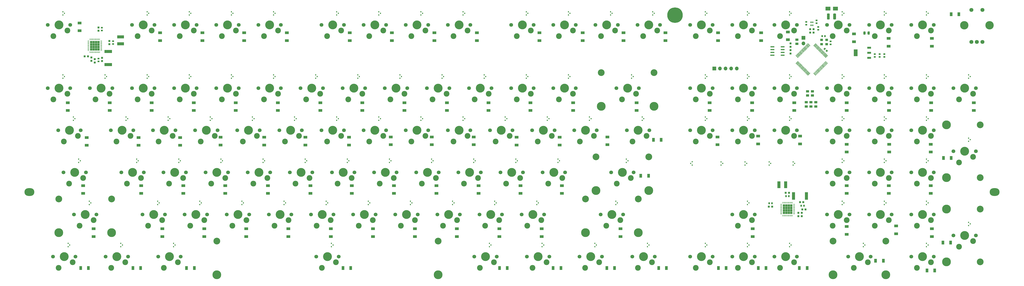
<source format=gbr>
%TF.GenerationSoftware,KiCad,Pcbnew,(5.1.8)-1*%
%TF.CreationDate,2021-04-16T20:53:43-04:00*%
%TF.ProjectId,694200101,36393432-3030-4313-9031-2e6b69636164,rev?*%
%TF.SameCoordinates,Original*%
%TF.FileFunction,Soldermask,Bot*%
%TF.FilePolarity,Negative*%
%FSLAX46Y46*%
G04 Gerber Fmt 4.6, Leading zero omitted, Abs format (unit mm)*
G04 Created by KiCad (PCBNEW (5.1.8)-1) date 2021-04-16 20:53:43*
%MOMM*%
%LPD*%
G01*
G04 APERTURE LIST*
%ADD10R,0.950000X0.930000*%
%ADD11R,0.930000X0.950000*%
%ADD12R,0.350000X0.750000*%
%ADD13C,3.786000*%
%ADD14C,1.800000*%
%ADD15R,0.970000X0.900000*%
%ADD16C,0.550000*%
%ADD17R,1.100000X1.100000*%
%ADD18R,0.750000X0.200000*%
%ADD19R,0.200000X0.750000*%
%ADD20R,1.300000X1.700000*%
%ADD21R,1.700000X1.300000*%
%ADD22C,0.558800*%
%ADD23C,2.600000*%
%ADD24C,4.000000*%
%ADD25C,1.700000*%
%ADD26O,1.700000X1.700000*%
%ADD27R,1.700000X1.700000*%
%ADD28C,3.987800*%
%ADD29C,3.048000*%
%ADD30C,7.000000*%
%ADD31C,3.900000*%
%ADD32O,4.500000X3.500000*%
%ADD33R,0.862132X0.690831*%
%ADD34R,2.184400X1.651000*%
%ADD35R,0.708716X0.812132*%
%ADD36R,0.812132X0.708716*%
%ADD37R,0.812132X0.758142*%
%ADD38R,0.812132X0.708142*%
%ADD39R,0.758142X0.812132*%
%ADD40C,0.100000*%
%ADD41R,1.380000X1.010000*%
%ADD42R,1.300000X1.100000*%
%ADD43R,1.340000X3.020000*%
%ADD44R,3.020000X1.340000*%
%ADD45R,1.330000X3.460000*%
%ADD46R,3.460000X1.330000*%
%ADD47R,0.900000X0.970000*%
%ADD48R,1.761200X3.150799*%
%ADD49R,1.761200X0.850800*%
%ADD50R,1.874066X0.512132*%
G04 APERTURE END LIST*
D10*
%TO.C,C27*%
X350671000Y-92964000D03*
X352147000Y-92964000D03*
%TD*%
D11*
%TO.C,C26*%
X30734000Y-25043000D03*
X30734000Y-26519000D03*
%TD*%
D12*
%TO.C,U2*%
X355490400Y-9681600D03*
X354990400Y-9681600D03*
X354490400Y-9681600D03*
X354490400Y-8301600D03*
X354990400Y-8301600D03*
X355490400Y-8301600D03*
%TD*%
D13*
%TO.C,ENC1*%
X435305600Y-9724600D03*
X423905600Y-9724600D03*
D14*
X429605600Y-17224600D03*
X432105600Y-17224600D03*
X427105600Y-17224600D03*
X432105600Y-2724600D03*
X427105600Y-2724600D03*
%TD*%
D15*
%TO.C,R22*%
X355765100Y-11482800D03*
X355765100Y-13002800D03*
%TD*%
%TO.C,R21*%
X354266500Y-11482800D03*
X354266500Y-13002800D03*
%TD*%
%TO.C,C25*%
G36*
G01*
X379280000Y-12733000D02*
X379280000Y-13683000D01*
G75*
G02*
X379030000Y-13933000I-250000J0D01*
G01*
X378530000Y-13933000D01*
G75*
G02*
X378280000Y-13683000I0J250000D01*
G01*
X378280000Y-12733000D01*
G75*
G02*
X378530000Y-12483000I250000J0D01*
G01*
X379030000Y-12483000D01*
G75*
G02*
X379280000Y-12733000I0J-250000D01*
G01*
G37*
G36*
G01*
X381180000Y-12733000D02*
X381180000Y-13683000D01*
G75*
G02*
X380930000Y-13933000I-250000J0D01*
G01*
X380430000Y-13933000D01*
G75*
G02*
X380180000Y-13683000I0J250000D01*
G01*
X380180000Y-12733000D01*
G75*
G02*
X380430000Y-12483000I250000J0D01*
G01*
X380930000Y-12483000D01*
G75*
G02*
X381180000Y-12733000I0J-250000D01*
G01*
G37*
%TD*%
D16*
%TO.C,U6*%
X342351999Y-91212400D03*
X343451999Y-91212400D03*
X344551999Y-91212400D03*
X345651999Y-91212400D03*
X342351999Y-92312400D03*
X343451999Y-92312400D03*
X344551999Y-92312400D03*
X345651999Y-92312400D03*
X342351999Y-93412400D03*
X343451999Y-93412400D03*
X344551999Y-93412400D03*
X345651999Y-93412400D03*
X342351999Y-94512400D03*
X343451999Y-94512400D03*
X344551999Y-94512400D03*
X345651999Y-94512400D03*
D17*
X342351999Y-91212400D03*
X343451999Y-91212400D03*
X344551999Y-91212400D03*
X345651999Y-91212400D03*
X342351999Y-92312400D03*
X343451999Y-92312400D03*
X344551999Y-92312400D03*
X345651999Y-92312400D03*
X342351999Y-93412400D03*
X343451999Y-93412400D03*
X344551999Y-93412400D03*
X345651999Y-93412400D03*
X342351999Y-94512400D03*
X343451999Y-94512400D03*
X344551999Y-94512400D03*
X345651999Y-94512400D03*
D18*
X346926999Y-95062400D03*
X346926999Y-94662400D03*
X346926999Y-94262400D03*
X346926999Y-93862400D03*
X346926999Y-93462400D03*
X346926999Y-93062400D03*
X346926999Y-92662400D03*
X346926999Y-92262400D03*
X346926999Y-91862400D03*
X346926999Y-91462400D03*
X346926999Y-91062400D03*
X346926999Y-90662400D03*
D19*
X346201999Y-89937400D03*
X345801999Y-89937400D03*
X345401999Y-89937400D03*
X345001999Y-89937400D03*
X344601999Y-89937400D03*
X344201999Y-89937400D03*
X343801999Y-89937400D03*
X343401999Y-89937400D03*
X343001999Y-89937400D03*
X342601999Y-89937400D03*
X342201999Y-89937400D03*
X341801999Y-89937400D03*
D18*
X341076999Y-90662400D03*
X341076999Y-91062400D03*
X341076999Y-91462400D03*
X341076999Y-91862400D03*
X341076999Y-92262400D03*
X341076999Y-92662400D03*
X341076999Y-93062400D03*
X341076999Y-93462400D03*
X341076999Y-93862400D03*
X341076999Y-94262400D03*
X341076999Y-94662400D03*
X341076999Y-95062400D03*
D19*
X341801999Y-95787400D03*
X342201999Y-95787400D03*
X342601999Y-95787400D03*
X343001999Y-95787400D03*
X343401999Y-95787400D03*
X343801999Y-95787400D03*
X344201999Y-95787400D03*
X344601999Y-95787400D03*
X345001999Y-95787400D03*
X345401999Y-95787400D03*
X345801999Y-95787400D03*
X346201999Y-95787400D03*
%TD*%
D16*
%TO.C,U5*%
X32384000Y-17273000D03*
X32384000Y-18373000D03*
X32384000Y-19473000D03*
X32384000Y-20573000D03*
X31284000Y-17273000D03*
X31284000Y-18373000D03*
X31284000Y-19473000D03*
X31284000Y-20573000D03*
X30184000Y-17273000D03*
X30184000Y-18373000D03*
X30184000Y-19473000D03*
X30184000Y-20573000D03*
X29084000Y-17273000D03*
X29084000Y-18373000D03*
X29084000Y-19473000D03*
X29084000Y-20573000D03*
D17*
X32384000Y-17273000D03*
X32384000Y-18373000D03*
X32384000Y-19473000D03*
X32384000Y-20573000D03*
X31284000Y-17273000D03*
X31284000Y-18373000D03*
X31284000Y-19473000D03*
X31284000Y-20573000D03*
X30184000Y-17273000D03*
X30184000Y-18373000D03*
X30184000Y-19473000D03*
X30184000Y-20573000D03*
X29084000Y-17273000D03*
X29084000Y-18373000D03*
X29084000Y-19473000D03*
X29084000Y-20573000D03*
D19*
X28534000Y-21848000D03*
X28934000Y-21848000D03*
X29334000Y-21848000D03*
X29734000Y-21848000D03*
X30134000Y-21848000D03*
X30534000Y-21848000D03*
X30934000Y-21848000D03*
X31334000Y-21848000D03*
X31734000Y-21848000D03*
X32134000Y-21848000D03*
X32534000Y-21848000D03*
X32934000Y-21848000D03*
D18*
X33659000Y-21123000D03*
X33659000Y-20723000D03*
X33659000Y-20323000D03*
X33659000Y-19923000D03*
X33659000Y-19523000D03*
X33659000Y-19123000D03*
X33659000Y-18723000D03*
X33659000Y-18323000D03*
X33659000Y-17923000D03*
X33659000Y-17523000D03*
X33659000Y-17123000D03*
X33659000Y-16723000D03*
D19*
X32934000Y-15998000D03*
X32534000Y-15998000D03*
X32134000Y-15998000D03*
X31734000Y-15998000D03*
X31334000Y-15998000D03*
X30934000Y-15998000D03*
X30534000Y-15998000D03*
X30134000Y-15998000D03*
X29734000Y-15998000D03*
X29334000Y-15998000D03*
X28934000Y-15998000D03*
X28534000Y-15998000D03*
D18*
X27809000Y-16723000D03*
X27809000Y-17123000D03*
X27809000Y-17523000D03*
X27809000Y-17923000D03*
X27809000Y-18323000D03*
X27809000Y-18723000D03*
X27809000Y-19123000D03*
X27809000Y-19523000D03*
X27809000Y-19923000D03*
X27809000Y-20323000D03*
X27809000Y-20723000D03*
X27809000Y-21123000D03*
%TD*%
D20*
%TO.C,D108*%
X417750000Y-108000000D03*
X414250000Y-108000000D03*
%TD*%
%TO.C,D107*%
X418000000Y-69750000D03*
X414500000Y-69750000D03*
%TD*%
D21*
%TO.C,D106*%
X428250000Y-44750000D03*
X428250000Y-48250000D03*
%TD*%
D20*
%TO.C,D105*%
X410550000Y-120600000D03*
X407050000Y-120600000D03*
%TD*%
D21*
%TO.C,D104*%
X409250000Y-101750000D03*
X409250000Y-105250000D03*
%TD*%
%TO.C,D103*%
X408750000Y-82250000D03*
X408750000Y-85750000D03*
%TD*%
%TO.C,D102*%
X408750000Y-63500000D03*
X408750000Y-67000000D03*
%TD*%
%TO.C,D101*%
X408962500Y-44750000D03*
X408962500Y-48250000D03*
%TD*%
%TO.C,D100*%
X409287500Y-15650000D03*
X409287500Y-19150000D03*
%TD*%
%TO.C,D99*%
X393065000Y-100485000D03*
X393065000Y-103985000D03*
%TD*%
%TO.C,D98*%
X389787500Y-82250000D03*
X389787500Y-85750000D03*
%TD*%
%TO.C,D97*%
X390000000Y-63500000D03*
X390000000Y-67000000D03*
%TD*%
%TO.C,D96*%
X389890000Y-44732000D03*
X389890000Y-48232000D03*
%TD*%
%TO.C,D95*%
X389750000Y-15650000D03*
X389750000Y-19150000D03*
%TD*%
D20*
%TO.C,D94*%
X421500000Y-4699000D03*
X418000000Y-4699000D03*
%TD*%
%TO.C,D93*%
X383822000Y-116205000D03*
X387322000Y-116205000D03*
%TD*%
D21*
%TO.C,D92*%
X370750000Y-100739000D03*
X370750000Y-104239000D03*
%TD*%
%TO.C,D91*%
X370750000Y-82250000D03*
X370750000Y-85750000D03*
%TD*%
%TO.C,D90*%
X370750000Y-63500000D03*
X370750000Y-67000000D03*
%TD*%
%TO.C,D89*%
X370750000Y-44750000D03*
X370750000Y-48250000D03*
%TD*%
%TO.C,D88*%
X374015000Y-13617000D03*
X374015000Y-17117000D03*
%TD*%
D20*
%TO.C,D87*%
X349350001Y-119500000D03*
X352850001Y-119500000D03*
%TD*%
D21*
%TO.C,D86*%
X349660500Y-59845000D03*
X349660500Y-63345000D03*
%TD*%
%TO.C,D85*%
X347037500Y-44750000D03*
X347037500Y-48250000D03*
%TD*%
%TO.C,D84*%
X344170000Y-12728000D03*
X344170000Y-16228000D03*
%TD*%
D20*
%TO.C,D83*%
X330750000Y-119500000D03*
X334250000Y-119500000D03*
%TD*%
D21*
%TO.C,D82*%
X328250000Y-101750000D03*
X328250000Y-105250000D03*
%TD*%
%TO.C,D81*%
X330708000Y-59845000D03*
X330708000Y-63345000D03*
%TD*%
%TO.C,D80*%
X328000000Y-44750000D03*
X328000000Y-48250000D03*
%TD*%
%TO.C,D79*%
X332060000Y-13110000D03*
X332060000Y-16610000D03*
%TD*%
D20*
%TO.C,D78*%
X312750000Y-119500000D03*
X316250000Y-119500000D03*
%TD*%
D21*
%TO.C,D77*%
X312293000Y-60226000D03*
X312293000Y-63726000D03*
%TD*%
%TO.C,D76*%
X308750000Y-44750000D03*
X308750000Y-48250000D03*
%TD*%
%TO.C,D75*%
X312560000Y-13110000D03*
X312560000Y-16610000D03*
%TD*%
D20*
%TO.C,D74*%
X285750000Y-119500000D03*
X289250000Y-119500000D03*
%TD*%
%TO.C,D73*%
X283365000Y-61468000D03*
X286865000Y-61468000D03*
%TD*%
D21*
%TO.C,D72*%
X275750000Y-44750000D03*
X275750000Y-48250000D03*
%TD*%
%TO.C,D71*%
X288810000Y-13110000D03*
X288810000Y-16610000D03*
%TD*%
D20*
%TO.C,D70*%
X262250000Y-119500000D03*
X265750000Y-119500000D03*
%TD*%
D21*
%TO.C,D69*%
X268500000Y-101750000D03*
X268500000Y-105250000D03*
%TD*%
D20*
%TO.C,D68*%
X277650000Y-77800000D03*
X281150000Y-77800000D03*
%TD*%
D21*
%TO.C,D67*%
X262509000Y-60226000D03*
X262509000Y-63726000D03*
%TD*%
%TO.C,D66*%
X269810000Y-13110000D03*
X269810000Y-16610000D03*
%TD*%
%TO.C,D65*%
X242000000Y-82250000D03*
X242000000Y-85750000D03*
%TD*%
%TO.C,D64*%
X240919000Y-60353000D03*
X240919000Y-63853000D03*
%TD*%
%TO.C,D63*%
X247037500Y-44750000D03*
X247037500Y-48250000D03*
%TD*%
%TO.C,D62*%
X251333000Y-13109000D03*
X251333000Y-16609000D03*
%TD*%
D20*
%TO.C,D61*%
X238000000Y-119500000D03*
X241500000Y-119500000D03*
%TD*%
D21*
%TO.C,D60*%
X232787500Y-101750000D03*
X232787500Y-105250000D03*
%TD*%
%TO.C,D59*%
X223287500Y-82250000D03*
X223287500Y-85750000D03*
%TD*%
%TO.C,D58*%
X221488000Y-60353000D03*
X221488000Y-63853000D03*
%TD*%
%TO.C,D57*%
X227750000Y-44750000D03*
X227750000Y-48250000D03*
%TD*%
%TO.C,D56*%
X231810000Y-13110000D03*
X231810000Y-16610000D03*
%TD*%
D20*
%TO.C,D55*%
X213750000Y-119500000D03*
X217250000Y-119500000D03*
%TD*%
D21*
%TO.C,D54*%
X213712500Y-101750000D03*
X213712500Y-105250000D03*
%TD*%
%TO.C,D53*%
X204250000Y-82250000D03*
X204250000Y-85750000D03*
%TD*%
%TO.C,D52*%
X202057000Y-60226000D03*
X202057000Y-63726000D03*
%TD*%
%TO.C,D51*%
X208750000Y-44750000D03*
X208750000Y-48250000D03*
%TD*%
%TO.C,D50*%
X203560000Y-13110000D03*
X203560000Y-16610000D03*
%TD*%
%TO.C,D49*%
X194500000Y-101750000D03*
X194500000Y-105250000D03*
%TD*%
%TO.C,D48*%
X185250000Y-82250000D03*
X185250000Y-85750000D03*
%TD*%
%TO.C,D47*%
X183134000Y-60226000D03*
X183134000Y-63726000D03*
%TD*%
%TO.C,D46*%
X190000000Y-44750000D03*
X190000000Y-48250000D03*
%TD*%
%TO.C,D45*%
X184310000Y-13110000D03*
X184310000Y-16610000D03*
%TD*%
%TO.C,D44*%
X175500000Y-101750000D03*
X175500000Y-105250000D03*
%TD*%
%TO.C,D43*%
X166000000Y-82250000D03*
X166000000Y-85750000D03*
%TD*%
%TO.C,D42*%
X164592000Y-60226000D03*
X164592000Y-63726000D03*
%TD*%
%TO.C,D41*%
X170750000Y-44750000D03*
X170750000Y-48250000D03*
%TD*%
%TO.C,D40*%
X165060000Y-13110000D03*
X165060000Y-16610000D03*
%TD*%
%TO.C,D39*%
X156500000Y-101750000D03*
X156500000Y-105250000D03*
%TD*%
%TO.C,D38*%
X147000000Y-82250000D03*
X147000000Y-85750000D03*
%TD*%
%TO.C,D37*%
X145669000Y-60353000D03*
X145669000Y-63853000D03*
%TD*%
%TO.C,D36*%
X151750000Y-44750000D03*
X151750000Y-48250000D03*
%TD*%
%TO.C,D35*%
X146060000Y-13110000D03*
X146060000Y-16610000D03*
%TD*%
D20*
%TO.C,D34*%
X143000000Y-119500000D03*
X146500000Y-119500000D03*
%TD*%
D21*
%TO.C,D33*%
X137500000Y-101750000D03*
X137500000Y-105250000D03*
%TD*%
%TO.C,D32*%
X128250000Y-82250000D03*
X128250000Y-85750000D03*
%TD*%
%TO.C,D31*%
X125984000Y-60353000D03*
X125984000Y-63853000D03*
%TD*%
%TO.C,D30*%
X132750000Y-44750000D03*
X132750000Y-48250000D03*
%TD*%
%TO.C,D29*%
X118250000Y-101750000D03*
X118250000Y-105250000D03*
%TD*%
%TO.C,D28*%
X109000000Y-82250000D03*
X109000000Y-85750000D03*
%TD*%
%TO.C,D27*%
X107315000Y-60353000D03*
X107315000Y-63853000D03*
%TD*%
%TO.C,D26*%
X113500000Y-44750000D03*
X113500000Y-48250000D03*
%TD*%
%TO.C,D25*%
X117560000Y-13110000D03*
X117560000Y-16610000D03*
%TD*%
%TO.C,D24*%
X99250000Y-101750000D03*
X99250000Y-105250000D03*
%TD*%
%TO.C,D23*%
X89750000Y-82250000D03*
X89750000Y-85750000D03*
%TD*%
%TO.C,D22*%
X87630000Y-60353000D03*
X87630000Y-63853000D03*
%TD*%
%TO.C,D21*%
X94500000Y-44750000D03*
X94500000Y-48250000D03*
%TD*%
%TO.C,D20*%
X98310000Y-13110000D03*
X98310000Y-16610000D03*
%TD*%
D20*
%TO.C,D19*%
X72250000Y-119500000D03*
X75750000Y-119500000D03*
%TD*%
D21*
%TO.C,D18*%
X80250000Y-101750000D03*
X80250000Y-105250000D03*
%TD*%
%TO.C,D17*%
X70750000Y-82250000D03*
X70750000Y-85750000D03*
%TD*%
%TO.C,D16*%
X69342000Y-60480000D03*
X69342000Y-63980000D03*
%TD*%
%TO.C,D15*%
X75500000Y-44750000D03*
X75500000Y-48250000D03*
%TD*%
%TO.C,D14*%
X79375000Y-13110000D03*
X79375000Y-16610000D03*
%TD*%
%TO.C,D13*%
X61250000Y-101750000D03*
X61250000Y-105250000D03*
%TD*%
%TO.C,D12*%
X51750000Y-82250000D03*
X51750000Y-85750000D03*
%TD*%
%TO.C,D11*%
X50546000Y-60480000D03*
X50546000Y-63980000D03*
%TD*%
%TO.C,D10*%
X56500000Y-44750000D03*
X56500000Y-48250000D03*
%TD*%
%TO.C,D9*%
X60310000Y-13110000D03*
X60310000Y-16610000D03*
%TD*%
D20*
%TO.C,D8*%
X48000000Y-119500000D03*
X51500000Y-119500000D03*
%TD*%
D21*
%TO.C,D7*%
X30250000Y-101750000D03*
X30250000Y-105250000D03*
%TD*%
%TO.C,D6*%
X37500000Y-44750000D03*
X37500000Y-48250000D03*
%TD*%
D20*
%TO.C,D5*%
X24350001Y-119500000D03*
X27850001Y-119500000D03*
%TD*%
D21*
%TO.C,D4*%
X25500000Y-82250000D03*
X25500000Y-85750000D03*
%TD*%
%TO.C,D3*%
X27051000Y-60480000D03*
X27051000Y-63980000D03*
%TD*%
%TO.C,D2*%
X18500000Y-44750000D03*
X18500000Y-48250000D03*
%TD*%
%TO.C,D1*%
X23876000Y-12164000D03*
X23876000Y-8664000D03*
%TD*%
D22*
%TO.C,D124*%
X68712500Y-71712000D03*
X69412500Y-70950000D03*
X68712500Y-70250000D03*
%TD*%
%TO.C,D220*%
X313964550Y-72962000D03*
X314664550Y-72200000D03*
X313964550Y-71500000D03*
%TD*%
%TO.C,D219*%
X406850000Y-5037000D03*
X407550000Y-4275000D03*
X406850000Y-3575000D03*
%TD*%
%TO.C,D218*%
X344937500Y-109812000D03*
X345637500Y-109050000D03*
X344937500Y-108350000D03*
%TD*%
%TO.C,D217*%
X300900000Y-71438000D03*
X300200000Y-72200000D03*
X300900000Y-72900000D03*
%TD*%
%TO.C,D216*%
X324809699Y-72962000D03*
X325509699Y-72200000D03*
X324809699Y-71500000D03*
%TD*%
%TO.C,D215*%
X387800000Y-5037000D03*
X388500000Y-4275000D03*
X387800000Y-3575000D03*
%TD*%
%TO.C,D214*%
X325887500Y-109812000D03*
X326587500Y-109050000D03*
X325887500Y-108350000D03*
%TD*%
%TO.C,D213*%
X325887500Y-90762000D03*
X326587500Y-90000000D03*
X325887500Y-89300000D03*
%TD*%
%TO.C,D212*%
X335654848Y-72962000D03*
X336354848Y-72200000D03*
X335654848Y-71500000D03*
%TD*%
%TO.C,D211*%
X368750000Y-5037000D03*
X369450000Y-4275000D03*
X368750000Y-3575000D03*
%TD*%
%TO.C,D210*%
X306837500Y-109812000D03*
X307537500Y-109050000D03*
X306837500Y-108350000D03*
%TD*%
%TO.C,D209*%
X266356250Y-90762000D03*
X267056250Y-90000000D03*
X266356250Y-89300000D03*
%TD*%
%TO.C,D208*%
X346500000Y-72962000D03*
X347200000Y-72200000D03*
X346500000Y-71500000D03*
%TD*%
%TO.C,D207*%
X368750000Y-33612000D03*
X369450000Y-32850000D03*
X368750000Y-32150000D03*
%TD*%
%TO.C,D206*%
X280643750Y-109812000D03*
X281343750Y-109050000D03*
X280643750Y-108350000D03*
%TD*%
%TO.C,D205*%
X230637500Y-90762000D03*
X231337500Y-90000000D03*
X230637500Y-89300000D03*
%TD*%
%TO.C,D204*%
X425900000Y-33612000D03*
X426600000Y-32850000D03*
X425900000Y-32150000D03*
%TD*%
%TO.C,D203*%
X387800000Y-33612000D03*
X388500000Y-32850000D03*
X387800000Y-32150000D03*
%TD*%
%TO.C,D202*%
X256831250Y-109812000D03*
X257531250Y-109050000D03*
X256831250Y-108350000D03*
%TD*%
%TO.C,D201*%
X211587500Y-90762000D03*
X212287500Y-90000000D03*
X211587500Y-89300000D03*
%TD*%
%TO.C,D200*%
X378275000Y-109812000D03*
X378975000Y-109050000D03*
X378275000Y-108350000D03*
%TD*%
%TO.C,D199*%
X368750000Y-52662000D03*
X369450000Y-51900000D03*
X368750000Y-51200000D03*
%TD*%
%TO.C,D198*%
X233018750Y-109812000D03*
X233718750Y-109050000D03*
X233018750Y-108350000D03*
%TD*%
%TO.C,D197*%
X192537500Y-90762000D03*
X193237500Y-90000000D03*
X192537500Y-89300000D03*
%TD*%
%TO.C,D196*%
X425900000Y-62187000D03*
X426600000Y-61425000D03*
X425900000Y-60725000D03*
%TD*%
%TO.C,D195*%
X406850000Y-52662000D03*
X407550000Y-51900000D03*
X406850000Y-51200000D03*
%TD*%
%TO.C,D194*%
X209206250Y-109812000D03*
X209906250Y-109050000D03*
X209206250Y-108350000D03*
%TD*%
%TO.C,D193*%
X173487500Y-90762000D03*
X174187500Y-90000000D03*
X173487500Y-89300000D03*
%TD*%
%TO.C,D192*%
X425900000Y-100287000D03*
X426600000Y-99525000D03*
X425900000Y-98825000D03*
%TD*%
%TO.C,D191*%
X387800000Y-52662000D03*
X388500000Y-51900000D03*
X387800000Y-51200000D03*
%TD*%
%TO.C,D190*%
X137768750Y-109812000D03*
X138468750Y-109050000D03*
X137768750Y-108350000D03*
%TD*%
%TO.C,D189*%
X154437500Y-90762000D03*
X155137500Y-90000000D03*
X154437500Y-89300000D03*
%TD*%
%TO.C,D188*%
X406850000Y-109812000D03*
X407550000Y-109050000D03*
X406850000Y-108350000D03*
%TD*%
%TO.C,D187*%
X406850000Y-33612000D03*
X407550000Y-32850000D03*
X406850000Y-32150000D03*
%TD*%
%TO.C,D186*%
X116337500Y-90762000D03*
X117037500Y-90000000D03*
X116337500Y-89300000D03*
%TD*%
%TO.C,D185*%
X135387500Y-90762000D03*
X136087500Y-90000000D03*
X135387500Y-89300000D03*
%TD*%
%TO.C,D184*%
X406850000Y-90762000D03*
X407550000Y-90000000D03*
X406850000Y-89300000D03*
%TD*%
%TO.C,D183*%
X406850000Y-71712000D03*
X407550000Y-70950000D03*
X406850000Y-70250000D03*
%TD*%
%TO.C,D182*%
X66331250Y-109812000D03*
X67031250Y-109050000D03*
X66331250Y-108350000D03*
%TD*%
%TO.C,D181*%
X97287500Y-90762000D03*
X97987500Y-90000000D03*
X97287500Y-89300000D03*
%TD*%
%TO.C,D180*%
X387800000Y-90762000D03*
X388500000Y-90000000D03*
X387800000Y-89300000D03*
%TD*%
%TO.C,D179*%
X387800000Y-71712000D03*
X388500000Y-70950000D03*
X387800000Y-70250000D03*
%TD*%
%TO.C,D178*%
X42518750Y-109812000D03*
X43218750Y-109050000D03*
X42518750Y-108350000D03*
%TD*%
%TO.C,D177*%
X78237500Y-90762000D03*
X78937500Y-90000000D03*
X78237500Y-89300000D03*
%TD*%
%TO.C,D176*%
X368750000Y-90762000D03*
X369450000Y-90000000D03*
X368750000Y-89300000D03*
%TD*%
%TO.C,D175*%
X368750000Y-71712000D03*
X369450000Y-70950000D03*
X368750000Y-70250000D03*
%TD*%
%TO.C,D174*%
X18706250Y-109812000D03*
X19406250Y-109050000D03*
X18706250Y-108350000D03*
%TD*%
%TO.C,D173*%
X59187500Y-90762000D03*
X59887500Y-90000000D03*
X59187500Y-89300000D03*
%TD*%
%TO.C,D172*%
X344937500Y-33612000D03*
X345637500Y-32850000D03*
X344937500Y-32150000D03*
%TD*%
%TO.C,D171*%
X325887500Y-52662000D03*
X326587500Y-51900000D03*
X325887500Y-51200000D03*
%TD*%
%TO.C,D170*%
X325887500Y-33612000D03*
X326587500Y-32850000D03*
X325887500Y-32150000D03*
%TD*%
%TO.C,D169*%
X344937500Y-5037000D03*
X345637500Y-4275000D03*
X344937500Y-3575000D03*
%TD*%
%TO.C,D168*%
X344937500Y-52662000D03*
X345637500Y-51900000D03*
X344937500Y-51200000D03*
%TD*%
%TO.C,D167*%
X306837500Y-52662000D03*
X307537500Y-51900000D03*
X306837500Y-51200000D03*
%TD*%
%TO.C,D166*%
X306837500Y-33612000D03*
X307537500Y-32850000D03*
X306837500Y-32150000D03*
%TD*%
%TO.C,D165*%
X325887500Y-5037000D03*
X326587500Y-4275000D03*
X325887500Y-3575000D03*
%TD*%
%TO.C,D164*%
X271118750Y-71712000D03*
X271818750Y-70950000D03*
X271118750Y-70250000D03*
%TD*%
%TO.C,D163*%
X278262500Y-52662000D03*
X278962500Y-51900000D03*
X278262500Y-51200000D03*
%TD*%
%TO.C,D162*%
X273500000Y-33612000D03*
X274200000Y-32850000D03*
X273500000Y-32150000D03*
%TD*%
%TO.C,D161*%
X306837500Y-5037000D03*
X307537500Y-4275000D03*
X306837500Y-3575000D03*
%TD*%
%TO.C,D160*%
X240162500Y-71712000D03*
X240862500Y-70950000D03*
X240162500Y-70250000D03*
%TD*%
%TO.C,D159*%
X254450000Y-52662000D03*
X255150000Y-51900000D03*
X254450000Y-51200000D03*
%TD*%
%TO.C,D158*%
X244925000Y-33612000D03*
X245625000Y-32850000D03*
X244925000Y-32150000D03*
%TD*%
%TO.C,D157*%
X283025000Y-5037000D03*
X283725000Y-4275000D03*
X283025000Y-3575000D03*
%TD*%
%TO.C,D156*%
X221112500Y-71712000D03*
X221812500Y-70950000D03*
X221112500Y-70250000D03*
%TD*%
%TO.C,D155*%
X235400000Y-52662000D03*
X236100000Y-51900000D03*
X235400000Y-51200000D03*
%TD*%
%TO.C,D154*%
X225875000Y-33612000D03*
X226575000Y-32850000D03*
X225875000Y-32150000D03*
%TD*%
%TO.C,D153*%
X263975000Y-5037000D03*
X264675000Y-4275000D03*
X263975000Y-3575000D03*
%TD*%
%TO.C,D152*%
X202062500Y-71712000D03*
X202762500Y-70950000D03*
X202062500Y-70250000D03*
%TD*%
%TO.C,D151*%
X216350000Y-52662000D03*
X217050000Y-51900000D03*
X216350000Y-51200000D03*
%TD*%
%TO.C,D150*%
X206825000Y-33612000D03*
X207525000Y-32850000D03*
X206825000Y-32150000D03*
%TD*%
%TO.C,D149*%
X244925000Y-5037000D03*
X245625000Y-4275000D03*
X244925000Y-3575000D03*
%TD*%
%TO.C,D148*%
X183012500Y-71712000D03*
X183712500Y-70950000D03*
X183012500Y-70250000D03*
%TD*%
%TO.C,D147*%
X197300000Y-52662000D03*
X198000000Y-51900000D03*
X197300000Y-51200000D03*
%TD*%
%TO.C,D146*%
X187775000Y-33612000D03*
X188475000Y-32850000D03*
X187775000Y-32150000D03*
%TD*%
%TO.C,D145*%
X225875000Y-5037000D03*
X226575000Y-4275000D03*
X225875000Y-3575000D03*
%TD*%
%TO.C,D144*%
X163962500Y-71712000D03*
X164662500Y-70950000D03*
X163962500Y-70250000D03*
%TD*%
%TO.C,D143*%
X178250000Y-52662000D03*
X178950000Y-51900000D03*
X178250000Y-51200000D03*
%TD*%
%TO.C,D142*%
X168725000Y-33612000D03*
X169425000Y-32850000D03*
X168725000Y-32150000D03*
%TD*%
%TO.C,D141*%
X197300000Y-5037000D03*
X198000000Y-4275000D03*
X197300000Y-3575000D03*
%TD*%
%TO.C,D140*%
X144912500Y-71712000D03*
X145612500Y-70950000D03*
X144912500Y-70250000D03*
%TD*%
%TO.C,D139*%
X159200000Y-52662000D03*
X159900000Y-51900000D03*
X159200000Y-51200000D03*
%TD*%
%TO.C,D138*%
X149675000Y-33612000D03*
X150375000Y-32850000D03*
X149675000Y-32150000D03*
%TD*%
%TO.C,D137*%
X178250000Y-5037000D03*
X178950000Y-4275000D03*
X178250000Y-3575000D03*
%TD*%
%TO.C,D136*%
X125862500Y-71712000D03*
X126562500Y-70950000D03*
X125862500Y-70250000D03*
%TD*%
%TO.C,D135*%
X140150000Y-52662000D03*
X140850000Y-51900000D03*
X140150000Y-51200000D03*
%TD*%
%TO.C,D134*%
X130625000Y-33612000D03*
X131325000Y-32850000D03*
X130625000Y-32150000D03*
%TD*%
%TO.C,D133*%
X159200000Y-5037000D03*
X159900000Y-4275000D03*
X159200000Y-3575000D03*
%TD*%
%TO.C,D132*%
X106812500Y-71712000D03*
X107512500Y-70950000D03*
X106812500Y-70250000D03*
%TD*%
%TO.C,D131*%
X121100000Y-52662000D03*
X121800000Y-51900000D03*
X121100000Y-51200000D03*
%TD*%
%TO.C,D130*%
X111575000Y-33612000D03*
X112275000Y-32850000D03*
X111575000Y-32150000D03*
%TD*%
%TO.C,D129*%
X140150000Y-5037000D03*
X140850000Y-4275000D03*
X140150000Y-3575000D03*
%TD*%
%TO.C,D128*%
X87762500Y-71712000D03*
X88462500Y-70950000D03*
X87762500Y-70250000D03*
%TD*%
%TO.C,D127*%
X102050000Y-52662000D03*
X102750000Y-51900000D03*
X102050000Y-51200000D03*
%TD*%
%TO.C,D126*%
X92525000Y-33612000D03*
X93225000Y-32850000D03*
X92525000Y-32150000D03*
%TD*%
%TO.C,D125*%
X111575000Y-5037000D03*
X112275000Y-4275000D03*
X111575000Y-3575000D03*
%TD*%
%TO.C,D123*%
X83000000Y-52662000D03*
X83700000Y-51900000D03*
X83000000Y-51200000D03*
%TD*%
%TO.C,D122*%
X73475000Y-33612000D03*
X74175000Y-32850000D03*
X73475000Y-32150000D03*
%TD*%
%TO.C,D121*%
X92525000Y-5037000D03*
X93225000Y-4275000D03*
X92525000Y-3575000D03*
%TD*%
%TO.C,D120*%
X49662500Y-71712000D03*
X50362500Y-70950000D03*
X49662500Y-70250000D03*
%TD*%
%TO.C,D119*%
X63950000Y-52662000D03*
X64650000Y-51900000D03*
X63950000Y-51200000D03*
%TD*%
%TO.C,D118*%
X54425000Y-33612000D03*
X55125000Y-32850000D03*
X54425000Y-32150000D03*
%TD*%
%TO.C,D117*%
X73475000Y-5037000D03*
X74175000Y-4275000D03*
X73475000Y-3575000D03*
%TD*%
%TO.C,D116*%
X28231250Y-90762000D03*
X28931250Y-90000000D03*
X28231250Y-89300000D03*
%TD*%
%TO.C,D115*%
X44900000Y-52662000D03*
X45600000Y-51900000D03*
X44900000Y-51200000D03*
%TD*%
%TO.C,D114*%
X35375000Y-33612000D03*
X36075000Y-32850000D03*
X35375000Y-32150000D03*
%TD*%
%TO.C,D113*%
X54425000Y-5037000D03*
X55125000Y-4275000D03*
X54425000Y-3575000D03*
%TD*%
%TO.C,D112*%
X23468750Y-71712000D03*
X24168750Y-70950000D03*
X23468750Y-70250000D03*
%TD*%
%TO.C,D111*%
X21087500Y-52662000D03*
X21787500Y-51900000D03*
X21087500Y-51200000D03*
%TD*%
%TO.C,D110*%
X16325000Y-33612000D03*
X17025000Y-32850000D03*
X16325000Y-32150000D03*
%TD*%
%TO.C,D109*%
X16325000Y-5037000D03*
X17025000Y-4275000D03*
X16325000Y-3575000D03*
%TD*%
D23*
%TO.C,SW77*%
X308847500Y-59690000D03*
X302497500Y-62230000D03*
D24*
X305037500Y-57150000D03*
D25*
X310117500Y-57150000D03*
X299957500Y-57150000D03*
%TD*%
%TO.C,F1*%
G36*
G01*
X364630000Y-6790000D02*
X364630000Y-4640000D01*
G75*
G02*
X364880000Y-4390000I250000J0D01*
G01*
X365630000Y-4390000D01*
G75*
G02*
X365880000Y-4640000I0J-250000D01*
G01*
X365880000Y-6790000D01*
G75*
G02*
X365630000Y-7040000I-250000J0D01*
G01*
X364880000Y-7040000D01*
G75*
G02*
X364630000Y-6790000I0J250000D01*
G01*
G37*
G36*
G01*
X361830000Y-6790000D02*
X361830000Y-4640000D01*
G75*
G02*
X362080000Y-4390000I250000J0D01*
G01*
X362830000Y-4390000D01*
G75*
G02*
X363080000Y-4640000I0J-250000D01*
G01*
X363080000Y-6790000D01*
G75*
G02*
X362830000Y-7040000I-250000J0D01*
G01*
X362080000Y-7040000D01*
G75*
G02*
X361830000Y-6790000I0J250000D01*
G01*
G37*
%TD*%
D26*
%TO.C,J2*%
X321056000Y-29210000D03*
X318516000Y-29210000D03*
X315976000Y-29210000D03*
X313436000Y-29210000D03*
D27*
X310896000Y-29210000D03*
%TD*%
%TO.C,U3*%
G36*
G01*
X353214910Y-17880478D02*
X354204860Y-18870428D01*
G75*
G02*
X354204860Y-18976494I-53033J-53033D01*
G01*
X354098794Y-19082560D01*
G75*
G02*
X353992728Y-19082560I-53033J53033D01*
G01*
X353002778Y-18092610D01*
G75*
G02*
X353002778Y-17986544I53033J53033D01*
G01*
X353108844Y-17880478D01*
G75*
G02*
X353214910Y-17880478I53033J-53033D01*
G01*
G37*
G36*
G01*
X352861357Y-18234031D02*
X353851307Y-19223981D01*
G75*
G02*
X353851307Y-19330047I-53033J-53033D01*
G01*
X353745241Y-19436113D01*
G75*
G02*
X353639175Y-19436113I-53033J53033D01*
G01*
X352649225Y-18446163D01*
G75*
G02*
X352649225Y-18340097I53033J53033D01*
G01*
X352755291Y-18234031D01*
G75*
G02*
X352861357Y-18234031I53033J-53033D01*
G01*
G37*
G36*
G01*
X352507804Y-18587584D02*
X353497754Y-19577534D01*
G75*
G02*
X353497754Y-19683600I-53033J-53033D01*
G01*
X353391688Y-19789666D01*
G75*
G02*
X353285622Y-19789666I-53033J53033D01*
G01*
X352295672Y-18799716D01*
G75*
G02*
X352295672Y-18693650I53033J53033D01*
G01*
X352401738Y-18587584D01*
G75*
G02*
X352507804Y-18587584I53033J-53033D01*
G01*
G37*
G36*
G01*
X352154250Y-18941138D02*
X353144200Y-19931088D01*
G75*
G02*
X353144200Y-20037154I-53033J-53033D01*
G01*
X353038134Y-20143220D01*
G75*
G02*
X352932068Y-20143220I-53033J53033D01*
G01*
X351942118Y-19153270D01*
G75*
G02*
X351942118Y-19047204I53033J53033D01*
G01*
X352048184Y-18941138D01*
G75*
G02*
X352154250Y-18941138I53033J-53033D01*
G01*
G37*
G36*
G01*
X351800697Y-19294691D02*
X352790647Y-20284641D01*
G75*
G02*
X352790647Y-20390707I-53033J-53033D01*
G01*
X352684581Y-20496773D01*
G75*
G02*
X352578515Y-20496773I-53033J53033D01*
G01*
X351588565Y-19506823D01*
G75*
G02*
X351588565Y-19400757I53033J53033D01*
G01*
X351694631Y-19294691D01*
G75*
G02*
X351800697Y-19294691I53033J-53033D01*
G01*
G37*
G36*
G01*
X351447143Y-19648245D02*
X352437093Y-20638195D01*
G75*
G02*
X352437093Y-20744261I-53033J-53033D01*
G01*
X352331027Y-20850327D01*
G75*
G02*
X352224961Y-20850327I-53033J53033D01*
G01*
X351235011Y-19860377D01*
G75*
G02*
X351235011Y-19754311I53033J53033D01*
G01*
X351341077Y-19648245D01*
G75*
G02*
X351447143Y-19648245I53033J-53033D01*
G01*
G37*
G36*
G01*
X351093590Y-20001798D02*
X352083540Y-20991748D01*
G75*
G02*
X352083540Y-21097814I-53033J-53033D01*
G01*
X351977474Y-21203880D01*
G75*
G02*
X351871408Y-21203880I-53033J53033D01*
G01*
X350881458Y-20213930D01*
G75*
G02*
X350881458Y-20107864I53033J53033D01*
G01*
X350987524Y-20001798D01*
G75*
G02*
X351093590Y-20001798I53033J-53033D01*
G01*
G37*
G36*
G01*
X350740037Y-20355351D02*
X351729987Y-21345301D01*
G75*
G02*
X351729987Y-21451367I-53033J-53033D01*
G01*
X351623921Y-21557433D01*
G75*
G02*
X351517855Y-21557433I-53033J53033D01*
G01*
X350527905Y-20567483D01*
G75*
G02*
X350527905Y-20461417I53033J53033D01*
G01*
X350633971Y-20355351D01*
G75*
G02*
X350740037Y-20355351I53033J-53033D01*
G01*
G37*
G36*
G01*
X350386483Y-20708905D02*
X351376433Y-21698855D01*
G75*
G02*
X351376433Y-21804921I-53033J-53033D01*
G01*
X351270367Y-21910987D01*
G75*
G02*
X351164301Y-21910987I-53033J53033D01*
G01*
X350174351Y-20921037D01*
G75*
G02*
X350174351Y-20814971I53033J53033D01*
G01*
X350280417Y-20708905D01*
G75*
G02*
X350386483Y-20708905I53033J-53033D01*
G01*
G37*
G36*
G01*
X350032930Y-21062458D02*
X351022880Y-22052408D01*
G75*
G02*
X351022880Y-22158474I-53033J-53033D01*
G01*
X350916814Y-22264540D01*
G75*
G02*
X350810748Y-22264540I-53033J53033D01*
G01*
X349820798Y-21274590D01*
G75*
G02*
X349820798Y-21168524I53033J53033D01*
G01*
X349926864Y-21062458D01*
G75*
G02*
X350032930Y-21062458I53033J-53033D01*
G01*
G37*
G36*
G01*
X349679377Y-21416011D02*
X350669327Y-22405961D01*
G75*
G02*
X350669327Y-22512027I-53033J-53033D01*
G01*
X350563261Y-22618093D01*
G75*
G02*
X350457195Y-22618093I-53033J53033D01*
G01*
X349467245Y-21628143D01*
G75*
G02*
X349467245Y-21522077I53033J53033D01*
G01*
X349573311Y-21416011D01*
G75*
G02*
X349679377Y-21416011I53033J-53033D01*
G01*
G37*
G36*
G01*
X349325823Y-21769565D02*
X350315773Y-22759515D01*
G75*
G02*
X350315773Y-22865581I-53033J-53033D01*
G01*
X350209707Y-22971647D01*
G75*
G02*
X350103641Y-22971647I-53033J53033D01*
G01*
X349113691Y-21981697D01*
G75*
G02*
X349113691Y-21875631I53033J53033D01*
G01*
X349219757Y-21769565D01*
G75*
G02*
X349325823Y-21769565I53033J-53033D01*
G01*
G37*
G36*
G01*
X348972270Y-22123118D02*
X349962220Y-23113068D01*
G75*
G02*
X349962220Y-23219134I-53033J-53033D01*
G01*
X349856154Y-23325200D01*
G75*
G02*
X349750088Y-23325200I-53033J53033D01*
G01*
X348760138Y-22335250D01*
G75*
G02*
X348760138Y-22229184I53033J53033D01*
G01*
X348866204Y-22123118D01*
G75*
G02*
X348972270Y-22123118I53033J-53033D01*
G01*
G37*
G36*
G01*
X348618716Y-22476672D02*
X349608666Y-23466622D01*
G75*
G02*
X349608666Y-23572688I-53033J-53033D01*
G01*
X349502600Y-23678754D01*
G75*
G02*
X349396534Y-23678754I-53033J53033D01*
G01*
X348406584Y-22688804D01*
G75*
G02*
X348406584Y-22582738I53033J53033D01*
G01*
X348512650Y-22476672D01*
G75*
G02*
X348618716Y-22476672I53033J-53033D01*
G01*
G37*
G36*
G01*
X348265163Y-22830225D02*
X349255113Y-23820175D01*
G75*
G02*
X349255113Y-23926241I-53033J-53033D01*
G01*
X349149047Y-24032307D01*
G75*
G02*
X349042981Y-24032307I-53033J53033D01*
G01*
X348053031Y-23042357D01*
G75*
G02*
X348053031Y-22936291I53033J53033D01*
G01*
X348159097Y-22830225D01*
G75*
G02*
X348265163Y-22830225I53033J-53033D01*
G01*
G37*
G36*
G01*
X347911610Y-23183778D02*
X348901560Y-24173728D01*
G75*
G02*
X348901560Y-24279794I-53033J-53033D01*
G01*
X348795494Y-24385860D01*
G75*
G02*
X348689428Y-24385860I-53033J53033D01*
G01*
X347699478Y-23395910D01*
G75*
G02*
X347699478Y-23289844I53033J53033D01*
G01*
X347805544Y-23183778D01*
G75*
G02*
X347911610Y-23183778I53033J-53033D01*
G01*
G37*
G36*
G01*
X348795494Y-25906140D02*
X348901560Y-26012206D01*
G75*
G02*
X348901560Y-26118272I-53033J-53033D01*
G01*
X347911610Y-27108222D01*
G75*
G02*
X347805544Y-27108222I-53033J53033D01*
G01*
X347699478Y-27002156D01*
G75*
G02*
X347699478Y-26896090I53033J53033D01*
G01*
X348689428Y-25906140D01*
G75*
G02*
X348795494Y-25906140I53033J-53033D01*
G01*
G37*
G36*
G01*
X349149047Y-26259693D02*
X349255113Y-26365759D01*
G75*
G02*
X349255113Y-26471825I-53033J-53033D01*
G01*
X348265163Y-27461775D01*
G75*
G02*
X348159097Y-27461775I-53033J53033D01*
G01*
X348053031Y-27355709D01*
G75*
G02*
X348053031Y-27249643I53033J53033D01*
G01*
X349042981Y-26259693D01*
G75*
G02*
X349149047Y-26259693I53033J-53033D01*
G01*
G37*
G36*
G01*
X349502600Y-26613246D02*
X349608666Y-26719312D01*
G75*
G02*
X349608666Y-26825378I-53033J-53033D01*
G01*
X348618716Y-27815328D01*
G75*
G02*
X348512650Y-27815328I-53033J53033D01*
G01*
X348406584Y-27709262D01*
G75*
G02*
X348406584Y-27603196I53033J53033D01*
G01*
X349396534Y-26613246D01*
G75*
G02*
X349502600Y-26613246I53033J-53033D01*
G01*
G37*
G36*
G01*
X349856154Y-26966800D02*
X349962220Y-27072866D01*
G75*
G02*
X349962220Y-27178932I-53033J-53033D01*
G01*
X348972270Y-28168882D01*
G75*
G02*
X348866204Y-28168882I-53033J53033D01*
G01*
X348760138Y-28062816D01*
G75*
G02*
X348760138Y-27956750I53033J53033D01*
G01*
X349750088Y-26966800D01*
G75*
G02*
X349856154Y-26966800I53033J-53033D01*
G01*
G37*
G36*
G01*
X350209707Y-27320353D02*
X350315773Y-27426419D01*
G75*
G02*
X350315773Y-27532485I-53033J-53033D01*
G01*
X349325823Y-28522435D01*
G75*
G02*
X349219757Y-28522435I-53033J53033D01*
G01*
X349113691Y-28416369D01*
G75*
G02*
X349113691Y-28310303I53033J53033D01*
G01*
X350103641Y-27320353D01*
G75*
G02*
X350209707Y-27320353I53033J-53033D01*
G01*
G37*
G36*
G01*
X350563261Y-27673907D02*
X350669327Y-27779973D01*
G75*
G02*
X350669327Y-27886039I-53033J-53033D01*
G01*
X349679377Y-28875989D01*
G75*
G02*
X349573311Y-28875989I-53033J53033D01*
G01*
X349467245Y-28769923D01*
G75*
G02*
X349467245Y-28663857I53033J53033D01*
G01*
X350457195Y-27673907D01*
G75*
G02*
X350563261Y-27673907I53033J-53033D01*
G01*
G37*
G36*
G01*
X350916814Y-28027460D02*
X351022880Y-28133526D01*
G75*
G02*
X351022880Y-28239592I-53033J-53033D01*
G01*
X350032930Y-29229542D01*
G75*
G02*
X349926864Y-29229542I-53033J53033D01*
G01*
X349820798Y-29123476D01*
G75*
G02*
X349820798Y-29017410I53033J53033D01*
G01*
X350810748Y-28027460D01*
G75*
G02*
X350916814Y-28027460I53033J-53033D01*
G01*
G37*
G36*
G01*
X351270367Y-28381013D02*
X351376433Y-28487079D01*
G75*
G02*
X351376433Y-28593145I-53033J-53033D01*
G01*
X350386483Y-29583095D01*
G75*
G02*
X350280417Y-29583095I-53033J53033D01*
G01*
X350174351Y-29477029D01*
G75*
G02*
X350174351Y-29370963I53033J53033D01*
G01*
X351164301Y-28381013D01*
G75*
G02*
X351270367Y-28381013I53033J-53033D01*
G01*
G37*
G36*
G01*
X351623921Y-28734567D02*
X351729987Y-28840633D01*
G75*
G02*
X351729987Y-28946699I-53033J-53033D01*
G01*
X350740037Y-29936649D01*
G75*
G02*
X350633971Y-29936649I-53033J53033D01*
G01*
X350527905Y-29830583D01*
G75*
G02*
X350527905Y-29724517I53033J53033D01*
G01*
X351517855Y-28734567D01*
G75*
G02*
X351623921Y-28734567I53033J-53033D01*
G01*
G37*
G36*
G01*
X351977474Y-29088120D02*
X352083540Y-29194186D01*
G75*
G02*
X352083540Y-29300252I-53033J-53033D01*
G01*
X351093590Y-30290202D01*
G75*
G02*
X350987524Y-30290202I-53033J53033D01*
G01*
X350881458Y-30184136D01*
G75*
G02*
X350881458Y-30078070I53033J53033D01*
G01*
X351871408Y-29088120D01*
G75*
G02*
X351977474Y-29088120I53033J-53033D01*
G01*
G37*
G36*
G01*
X352331027Y-29441673D02*
X352437093Y-29547739D01*
G75*
G02*
X352437093Y-29653805I-53033J-53033D01*
G01*
X351447143Y-30643755D01*
G75*
G02*
X351341077Y-30643755I-53033J53033D01*
G01*
X351235011Y-30537689D01*
G75*
G02*
X351235011Y-30431623I53033J53033D01*
G01*
X352224961Y-29441673D01*
G75*
G02*
X352331027Y-29441673I53033J-53033D01*
G01*
G37*
G36*
G01*
X352684581Y-29795227D02*
X352790647Y-29901293D01*
G75*
G02*
X352790647Y-30007359I-53033J-53033D01*
G01*
X351800697Y-30997309D01*
G75*
G02*
X351694631Y-30997309I-53033J53033D01*
G01*
X351588565Y-30891243D01*
G75*
G02*
X351588565Y-30785177I53033J53033D01*
G01*
X352578515Y-29795227D01*
G75*
G02*
X352684581Y-29795227I53033J-53033D01*
G01*
G37*
G36*
G01*
X353038134Y-30148780D02*
X353144200Y-30254846D01*
G75*
G02*
X353144200Y-30360912I-53033J-53033D01*
G01*
X352154250Y-31350862D01*
G75*
G02*
X352048184Y-31350862I-53033J53033D01*
G01*
X351942118Y-31244796D01*
G75*
G02*
X351942118Y-31138730I53033J53033D01*
G01*
X352932068Y-30148780D01*
G75*
G02*
X353038134Y-30148780I53033J-53033D01*
G01*
G37*
G36*
G01*
X353391688Y-30502334D02*
X353497754Y-30608400D01*
G75*
G02*
X353497754Y-30714466I-53033J-53033D01*
G01*
X352507804Y-31704416D01*
G75*
G02*
X352401738Y-31704416I-53033J53033D01*
G01*
X352295672Y-31598350D01*
G75*
G02*
X352295672Y-31492284I53033J53033D01*
G01*
X353285622Y-30502334D01*
G75*
G02*
X353391688Y-30502334I53033J-53033D01*
G01*
G37*
G36*
G01*
X353745241Y-30855887D02*
X353851307Y-30961953D01*
G75*
G02*
X353851307Y-31068019I-53033J-53033D01*
G01*
X352861357Y-32057969D01*
G75*
G02*
X352755291Y-32057969I-53033J53033D01*
G01*
X352649225Y-31951903D01*
G75*
G02*
X352649225Y-31845837I53033J53033D01*
G01*
X353639175Y-30855887D01*
G75*
G02*
X353745241Y-30855887I53033J-53033D01*
G01*
G37*
G36*
G01*
X354098794Y-31209440D02*
X354204860Y-31315506D01*
G75*
G02*
X354204860Y-31421572I-53033J-53033D01*
G01*
X353214910Y-32411522D01*
G75*
G02*
X353108844Y-32411522I-53033J53033D01*
G01*
X353002778Y-32305456D01*
G75*
G02*
X353002778Y-32199390I53033J53033D01*
G01*
X353992728Y-31209440D01*
G75*
G02*
X354098794Y-31209440I53033J-53033D01*
G01*
G37*
G36*
G01*
X355937272Y-31209440D02*
X356927222Y-32199390D01*
G75*
G02*
X356927222Y-32305456I-53033J-53033D01*
G01*
X356821156Y-32411522D01*
G75*
G02*
X356715090Y-32411522I-53033J53033D01*
G01*
X355725140Y-31421572D01*
G75*
G02*
X355725140Y-31315506I53033J53033D01*
G01*
X355831206Y-31209440D01*
G75*
G02*
X355937272Y-31209440I53033J-53033D01*
G01*
G37*
G36*
G01*
X356290825Y-30855887D02*
X357280775Y-31845837D01*
G75*
G02*
X357280775Y-31951903I-53033J-53033D01*
G01*
X357174709Y-32057969D01*
G75*
G02*
X357068643Y-32057969I-53033J53033D01*
G01*
X356078693Y-31068019D01*
G75*
G02*
X356078693Y-30961953I53033J53033D01*
G01*
X356184759Y-30855887D01*
G75*
G02*
X356290825Y-30855887I53033J-53033D01*
G01*
G37*
G36*
G01*
X356644378Y-30502334D02*
X357634328Y-31492284D01*
G75*
G02*
X357634328Y-31598350I-53033J-53033D01*
G01*
X357528262Y-31704416D01*
G75*
G02*
X357422196Y-31704416I-53033J53033D01*
G01*
X356432246Y-30714466D01*
G75*
G02*
X356432246Y-30608400I53033J53033D01*
G01*
X356538312Y-30502334D01*
G75*
G02*
X356644378Y-30502334I53033J-53033D01*
G01*
G37*
G36*
G01*
X356997932Y-30148780D02*
X357987882Y-31138730D01*
G75*
G02*
X357987882Y-31244796I-53033J-53033D01*
G01*
X357881816Y-31350862D01*
G75*
G02*
X357775750Y-31350862I-53033J53033D01*
G01*
X356785800Y-30360912D01*
G75*
G02*
X356785800Y-30254846I53033J53033D01*
G01*
X356891866Y-30148780D01*
G75*
G02*
X356997932Y-30148780I53033J-53033D01*
G01*
G37*
G36*
G01*
X357351485Y-29795227D02*
X358341435Y-30785177D01*
G75*
G02*
X358341435Y-30891243I-53033J-53033D01*
G01*
X358235369Y-30997309D01*
G75*
G02*
X358129303Y-30997309I-53033J53033D01*
G01*
X357139353Y-30007359D01*
G75*
G02*
X357139353Y-29901293I53033J53033D01*
G01*
X357245419Y-29795227D01*
G75*
G02*
X357351485Y-29795227I53033J-53033D01*
G01*
G37*
G36*
G01*
X357705039Y-29441673D02*
X358694989Y-30431623D01*
G75*
G02*
X358694989Y-30537689I-53033J-53033D01*
G01*
X358588923Y-30643755D01*
G75*
G02*
X358482857Y-30643755I-53033J53033D01*
G01*
X357492907Y-29653805D01*
G75*
G02*
X357492907Y-29547739I53033J53033D01*
G01*
X357598973Y-29441673D01*
G75*
G02*
X357705039Y-29441673I53033J-53033D01*
G01*
G37*
G36*
G01*
X358058592Y-29088120D02*
X359048542Y-30078070D01*
G75*
G02*
X359048542Y-30184136I-53033J-53033D01*
G01*
X358942476Y-30290202D01*
G75*
G02*
X358836410Y-30290202I-53033J53033D01*
G01*
X357846460Y-29300252D01*
G75*
G02*
X357846460Y-29194186I53033J53033D01*
G01*
X357952526Y-29088120D01*
G75*
G02*
X358058592Y-29088120I53033J-53033D01*
G01*
G37*
G36*
G01*
X358412145Y-28734567D02*
X359402095Y-29724517D01*
G75*
G02*
X359402095Y-29830583I-53033J-53033D01*
G01*
X359296029Y-29936649D01*
G75*
G02*
X359189963Y-29936649I-53033J53033D01*
G01*
X358200013Y-28946699D01*
G75*
G02*
X358200013Y-28840633I53033J53033D01*
G01*
X358306079Y-28734567D01*
G75*
G02*
X358412145Y-28734567I53033J-53033D01*
G01*
G37*
G36*
G01*
X358765699Y-28381013D02*
X359755649Y-29370963D01*
G75*
G02*
X359755649Y-29477029I-53033J-53033D01*
G01*
X359649583Y-29583095D01*
G75*
G02*
X359543517Y-29583095I-53033J53033D01*
G01*
X358553567Y-28593145D01*
G75*
G02*
X358553567Y-28487079I53033J53033D01*
G01*
X358659633Y-28381013D01*
G75*
G02*
X358765699Y-28381013I53033J-53033D01*
G01*
G37*
G36*
G01*
X359119252Y-28027460D02*
X360109202Y-29017410D01*
G75*
G02*
X360109202Y-29123476I-53033J-53033D01*
G01*
X360003136Y-29229542D01*
G75*
G02*
X359897070Y-29229542I-53033J53033D01*
G01*
X358907120Y-28239592D01*
G75*
G02*
X358907120Y-28133526I53033J53033D01*
G01*
X359013186Y-28027460D01*
G75*
G02*
X359119252Y-28027460I53033J-53033D01*
G01*
G37*
G36*
G01*
X359472805Y-27673907D02*
X360462755Y-28663857D01*
G75*
G02*
X360462755Y-28769923I-53033J-53033D01*
G01*
X360356689Y-28875989D01*
G75*
G02*
X360250623Y-28875989I-53033J53033D01*
G01*
X359260673Y-27886039D01*
G75*
G02*
X359260673Y-27779973I53033J53033D01*
G01*
X359366739Y-27673907D01*
G75*
G02*
X359472805Y-27673907I53033J-53033D01*
G01*
G37*
G36*
G01*
X359826359Y-27320353D02*
X360816309Y-28310303D01*
G75*
G02*
X360816309Y-28416369I-53033J-53033D01*
G01*
X360710243Y-28522435D01*
G75*
G02*
X360604177Y-28522435I-53033J53033D01*
G01*
X359614227Y-27532485D01*
G75*
G02*
X359614227Y-27426419I53033J53033D01*
G01*
X359720293Y-27320353D01*
G75*
G02*
X359826359Y-27320353I53033J-53033D01*
G01*
G37*
G36*
G01*
X360179912Y-26966800D02*
X361169862Y-27956750D01*
G75*
G02*
X361169862Y-28062816I-53033J-53033D01*
G01*
X361063796Y-28168882D01*
G75*
G02*
X360957730Y-28168882I-53033J53033D01*
G01*
X359967780Y-27178932D01*
G75*
G02*
X359967780Y-27072866I53033J53033D01*
G01*
X360073846Y-26966800D01*
G75*
G02*
X360179912Y-26966800I53033J-53033D01*
G01*
G37*
G36*
G01*
X360533466Y-26613246D02*
X361523416Y-27603196D01*
G75*
G02*
X361523416Y-27709262I-53033J-53033D01*
G01*
X361417350Y-27815328D01*
G75*
G02*
X361311284Y-27815328I-53033J53033D01*
G01*
X360321334Y-26825378D01*
G75*
G02*
X360321334Y-26719312I53033J53033D01*
G01*
X360427400Y-26613246D01*
G75*
G02*
X360533466Y-26613246I53033J-53033D01*
G01*
G37*
G36*
G01*
X360887019Y-26259693D02*
X361876969Y-27249643D01*
G75*
G02*
X361876969Y-27355709I-53033J-53033D01*
G01*
X361770903Y-27461775D01*
G75*
G02*
X361664837Y-27461775I-53033J53033D01*
G01*
X360674887Y-26471825D01*
G75*
G02*
X360674887Y-26365759I53033J53033D01*
G01*
X360780953Y-26259693D01*
G75*
G02*
X360887019Y-26259693I53033J-53033D01*
G01*
G37*
G36*
G01*
X361240572Y-25906140D02*
X362230522Y-26896090D01*
G75*
G02*
X362230522Y-27002156I-53033J-53033D01*
G01*
X362124456Y-27108222D01*
G75*
G02*
X362018390Y-27108222I-53033J53033D01*
G01*
X361028440Y-26118272D01*
G75*
G02*
X361028440Y-26012206I53033J53033D01*
G01*
X361134506Y-25906140D01*
G75*
G02*
X361240572Y-25906140I53033J-53033D01*
G01*
G37*
G36*
G01*
X362124456Y-23183778D02*
X362230522Y-23289844D01*
G75*
G02*
X362230522Y-23395910I-53033J-53033D01*
G01*
X361240572Y-24385860D01*
G75*
G02*
X361134506Y-24385860I-53033J53033D01*
G01*
X361028440Y-24279794D01*
G75*
G02*
X361028440Y-24173728I53033J53033D01*
G01*
X362018390Y-23183778D01*
G75*
G02*
X362124456Y-23183778I53033J-53033D01*
G01*
G37*
G36*
G01*
X361770903Y-22830225D02*
X361876969Y-22936291D01*
G75*
G02*
X361876969Y-23042357I-53033J-53033D01*
G01*
X360887019Y-24032307D01*
G75*
G02*
X360780953Y-24032307I-53033J53033D01*
G01*
X360674887Y-23926241D01*
G75*
G02*
X360674887Y-23820175I53033J53033D01*
G01*
X361664837Y-22830225D01*
G75*
G02*
X361770903Y-22830225I53033J-53033D01*
G01*
G37*
G36*
G01*
X361417350Y-22476672D02*
X361523416Y-22582738D01*
G75*
G02*
X361523416Y-22688804I-53033J-53033D01*
G01*
X360533466Y-23678754D01*
G75*
G02*
X360427400Y-23678754I-53033J53033D01*
G01*
X360321334Y-23572688D01*
G75*
G02*
X360321334Y-23466622I53033J53033D01*
G01*
X361311284Y-22476672D01*
G75*
G02*
X361417350Y-22476672I53033J-53033D01*
G01*
G37*
G36*
G01*
X361063796Y-22123118D02*
X361169862Y-22229184D01*
G75*
G02*
X361169862Y-22335250I-53033J-53033D01*
G01*
X360179912Y-23325200D01*
G75*
G02*
X360073846Y-23325200I-53033J53033D01*
G01*
X359967780Y-23219134D01*
G75*
G02*
X359967780Y-23113068I53033J53033D01*
G01*
X360957730Y-22123118D01*
G75*
G02*
X361063796Y-22123118I53033J-53033D01*
G01*
G37*
G36*
G01*
X360710243Y-21769565D02*
X360816309Y-21875631D01*
G75*
G02*
X360816309Y-21981697I-53033J-53033D01*
G01*
X359826359Y-22971647D01*
G75*
G02*
X359720293Y-22971647I-53033J53033D01*
G01*
X359614227Y-22865581D01*
G75*
G02*
X359614227Y-22759515I53033J53033D01*
G01*
X360604177Y-21769565D01*
G75*
G02*
X360710243Y-21769565I53033J-53033D01*
G01*
G37*
G36*
G01*
X360356689Y-21416011D02*
X360462755Y-21522077D01*
G75*
G02*
X360462755Y-21628143I-53033J-53033D01*
G01*
X359472805Y-22618093D01*
G75*
G02*
X359366739Y-22618093I-53033J53033D01*
G01*
X359260673Y-22512027D01*
G75*
G02*
X359260673Y-22405961I53033J53033D01*
G01*
X360250623Y-21416011D01*
G75*
G02*
X360356689Y-21416011I53033J-53033D01*
G01*
G37*
G36*
G01*
X360003136Y-21062458D02*
X360109202Y-21168524D01*
G75*
G02*
X360109202Y-21274590I-53033J-53033D01*
G01*
X359119252Y-22264540D01*
G75*
G02*
X359013186Y-22264540I-53033J53033D01*
G01*
X358907120Y-22158474D01*
G75*
G02*
X358907120Y-22052408I53033J53033D01*
G01*
X359897070Y-21062458D01*
G75*
G02*
X360003136Y-21062458I53033J-53033D01*
G01*
G37*
G36*
G01*
X359649583Y-20708905D02*
X359755649Y-20814971D01*
G75*
G02*
X359755649Y-20921037I-53033J-53033D01*
G01*
X358765699Y-21910987D01*
G75*
G02*
X358659633Y-21910987I-53033J53033D01*
G01*
X358553567Y-21804921D01*
G75*
G02*
X358553567Y-21698855I53033J53033D01*
G01*
X359543517Y-20708905D01*
G75*
G02*
X359649583Y-20708905I53033J-53033D01*
G01*
G37*
G36*
G01*
X359296029Y-20355351D02*
X359402095Y-20461417D01*
G75*
G02*
X359402095Y-20567483I-53033J-53033D01*
G01*
X358412145Y-21557433D01*
G75*
G02*
X358306079Y-21557433I-53033J53033D01*
G01*
X358200013Y-21451367D01*
G75*
G02*
X358200013Y-21345301I53033J53033D01*
G01*
X359189963Y-20355351D01*
G75*
G02*
X359296029Y-20355351I53033J-53033D01*
G01*
G37*
G36*
G01*
X358942476Y-20001798D02*
X359048542Y-20107864D01*
G75*
G02*
X359048542Y-20213930I-53033J-53033D01*
G01*
X358058592Y-21203880D01*
G75*
G02*
X357952526Y-21203880I-53033J53033D01*
G01*
X357846460Y-21097814D01*
G75*
G02*
X357846460Y-20991748I53033J53033D01*
G01*
X358836410Y-20001798D01*
G75*
G02*
X358942476Y-20001798I53033J-53033D01*
G01*
G37*
G36*
G01*
X358588923Y-19648245D02*
X358694989Y-19754311D01*
G75*
G02*
X358694989Y-19860377I-53033J-53033D01*
G01*
X357705039Y-20850327D01*
G75*
G02*
X357598973Y-20850327I-53033J53033D01*
G01*
X357492907Y-20744261D01*
G75*
G02*
X357492907Y-20638195I53033J53033D01*
G01*
X358482857Y-19648245D01*
G75*
G02*
X358588923Y-19648245I53033J-53033D01*
G01*
G37*
G36*
G01*
X358235369Y-19294691D02*
X358341435Y-19400757D01*
G75*
G02*
X358341435Y-19506823I-53033J-53033D01*
G01*
X357351485Y-20496773D01*
G75*
G02*
X357245419Y-20496773I-53033J53033D01*
G01*
X357139353Y-20390707D01*
G75*
G02*
X357139353Y-20284641I53033J53033D01*
G01*
X358129303Y-19294691D01*
G75*
G02*
X358235369Y-19294691I53033J-53033D01*
G01*
G37*
G36*
G01*
X357881816Y-18941138D02*
X357987882Y-19047204D01*
G75*
G02*
X357987882Y-19153270I-53033J-53033D01*
G01*
X356997932Y-20143220D01*
G75*
G02*
X356891866Y-20143220I-53033J53033D01*
G01*
X356785800Y-20037154D01*
G75*
G02*
X356785800Y-19931088I53033J53033D01*
G01*
X357775750Y-18941138D01*
G75*
G02*
X357881816Y-18941138I53033J-53033D01*
G01*
G37*
G36*
G01*
X357528262Y-18587584D02*
X357634328Y-18693650D01*
G75*
G02*
X357634328Y-18799716I-53033J-53033D01*
G01*
X356644378Y-19789666D01*
G75*
G02*
X356538312Y-19789666I-53033J53033D01*
G01*
X356432246Y-19683600D01*
G75*
G02*
X356432246Y-19577534I53033J53033D01*
G01*
X357422196Y-18587584D01*
G75*
G02*
X357528262Y-18587584I53033J-53033D01*
G01*
G37*
G36*
G01*
X357174709Y-18234031D02*
X357280775Y-18340097D01*
G75*
G02*
X357280775Y-18446163I-53033J-53033D01*
G01*
X356290825Y-19436113D01*
G75*
G02*
X356184759Y-19436113I-53033J53033D01*
G01*
X356078693Y-19330047D01*
G75*
G02*
X356078693Y-19223981I53033J53033D01*
G01*
X357068643Y-18234031D01*
G75*
G02*
X357174709Y-18234031I53033J-53033D01*
G01*
G37*
G36*
G01*
X356821156Y-17880478D02*
X356927222Y-17986544D01*
G75*
G02*
X356927222Y-18092610I-53033J-53033D01*
G01*
X355937272Y-19082560D01*
G75*
G02*
X355831206Y-19082560I-53033J53033D01*
G01*
X355725140Y-18976494D01*
G75*
G02*
X355725140Y-18870428I53033J53033D01*
G01*
X356715090Y-17880478D01*
G75*
G02*
X356821156Y-17880478I53033J-53033D01*
G01*
G37*
%TD*%
D23*
%TO.C,SW95*%
X389810000Y-40640000D03*
X383460000Y-43180000D03*
D24*
X386000000Y-38100000D03*
D25*
X391080000Y-38100000D03*
X380920000Y-38100000D03*
%TD*%
D23*
%TO.C,SW85*%
X346947500Y-40640000D03*
X340597500Y-43180000D03*
D24*
X343137500Y-38100000D03*
D25*
X348217500Y-38100000D03*
X338057500Y-38100000D03*
%TD*%
D23*
%TO.C,SW82*%
X327897500Y-97790000D03*
X321547500Y-100330000D03*
D24*
X324087500Y-95250000D03*
D25*
X329167500Y-95250000D03*
X319007500Y-95250000D03*
%TD*%
D28*
%TO.C,SP2*%
X186006750Y-122555000D03*
X85930750Y-122555000D03*
D29*
X186006750Y-107315000D03*
X85930750Y-107315000D03*
%TD*%
D23*
%TO.C,SW92*%
X370760000Y-97790000D03*
X364410000Y-100330000D03*
D24*
X366950000Y-95250000D03*
D25*
X372030000Y-95250000D03*
X361870000Y-95250000D03*
%TD*%
D23*
%TO.C,SW9*%
X56435000Y-12065000D03*
X50085000Y-14605000D03*
D24*
X52625000Y-9525000D03*
D25*
X57705000Y-9525000D03*
X47545000Y-9525000D03*
%TD*%
D30*
%TO.C,H3*%
X293116000Y-5080000D03*
D31*
X293116000Y-5080000D03*
%TD*%
D23*
%TO.C,SW44*%
X175497500Y-97790000D03*
X169147500Y-100330000D03*
D24*
X171687500Y-95250000D03*
D25*
X176767500Y-95250000D03*
X166607500Y-95250000D03*
%TD*%
D23*
%TO.C,SW43*%
X165972500Y-78740000D03*
X159622500Y-81280000D03*
D24*
X162162500Y-76200000D03*
D25*
X167242500Y-76200000D03*
X157082500Y-76200000D03*
%TD*%
D23*
%TO.C,SW42*%
X161210000Y-59690000D03*
X154860000Y-62230000D03*
D24*
X157400000Y-57150000D03*
D25*
X162480000Y-57150000D03*
X152320000Y-57150000D03*
%TD*%
D23*
%TO.C,SW41*%
X170735000Y-40640000D03*
X164385000Y-43180000D03*
D24*
X166925000Y-38100000D03*
D25*
X172005000Y-38100000D03*
X161845000Y-38100000D03*
%TD*%
D23*
%TO.C,SW40*%
X161210000Y-12065000D03*
X154860000Y-14605000D03*
D24*
X157400000Y-9525000D03*
D25*
X162480000Y-9525000D03*
X152320000Y-9525000D03*
%TD*%
D23*
%TO.C,SW107*%
X427910000Y-107315000D03*
X421560000Y-109855000D03*
D24*
X424100000Y-104775000D03*
D25*
X429180000Y-104775000D03*
X419020000Y-104775000D03*
%TD*%
D23*
%TO.C,SW106*%
X427910000Y-69215000D03*
X421560000Y-71755000D03*
D24*
X424100000Y-66675000D03*
D25*
X429180000Y-66675000D03*
X419020000Y-66675000D03*
%TD*%
D23*
%TO.C,SW105*%
X427910000Y-40640000D03*
X421560000Y-43180000D03*
D24*
X424100000Y-38100000D03*
D25*
X429180000Y-38100000D03*
X419020000Y-38100000D03*
%TD*%
D23*
%TO.C,SW104*%
X408860000Y-116840000D03*
X402510000Y-119380000D03*
D24*
X405050000Y-114300000D03*
D25*
X410130000Y-114300000D03*
X399970000Y-114300000D03*
%TD*%
D23*
%TO.C,SW103*%
X408860000Y-97790000D03*
X402510000Y-100330000D03*
D24*
X405050000Y-95250000D03*
D25*
X410130000Y-95250000D03*
X399970000Y-95250000D03*
%TD*%
D23*
%TO.C,SW102*%
X408860000Y-78740000D03*
X402510000Y-81280000D03*
D24*
X405050000Y-76200000D03*
D25*
X410130000Y-76200000D03*
X399970000Y-76200000D03*
%TD*%
D23*
%TO.C,SW101*%
X408860000Y-59690000D03*
X402510000Y-62230000D03*
D24*
X405050000Y-57150000D03*
D25*
X410130000Y-57150000D03*
X399970000Y-57150000D03*
%TD*%
D23*
%TO.C,SW100*%
X408860000Y-40640000D03*
X402510000Y-43180000D03*
D24*
X405050000Y-38100000D03*
D25*
X410130000Y-38100000D03*
X399970000Y-38100000D03*
%TD*%
D23*
%TO.C,SW99*%
X408860000Y-12065000D03*
X402510000Y-14605000D03*
D24*
X405050000Y-9525000D03*
D25*
X410130000Y-9525000D03*
X399970000Y-9525000D03*
%TD*%
D23*
%TO.C,SW98*%
X389810000Y-97790000D03*
X383460000Y-100330000D03*
D24*
X386000000Y-95250000D03*
D25*
X391080000Y-95250000D03*
X380920000Y-95250000D03*
%TD*%
D23*
%TO.C,SW97*%
X389810000Y-78740000D03*
X383460000Y-81280000D03*
D24*
X386000000Y-76200000D03*
D25*
X391080000Y-76200000D03*
X380920000Y-76200000D03*
%TD*%
D23*
%TO.C,SW96*%
X389810000Y-59690000D03*
X383460000Y-62230000D03*
D24*
X386000000Y-57150000D03*
D25*
X391080000Y-57150000D03*
X380920000Y-57150000D03*
%TD*%
D23*
%TO.C,SW94*%
X389810000Y-12065000D03*
X383460000Y-14605000D03*
D24*
X386000000Y-9525000D03*
D25*
X391080000Y-9525000D03*
X380920000Y-9525000D03*
%TD*%
D23*
%TO.C,SW93*%
X380285000Y-116840000D03*
X373935000Y-119380000D03*
D24*
X376475000Y-114300000D03*
D25*
X381555000Y-114300000D03*
X371395000Y-114300000D03*
%TD*%
D23*
%TO.C,SW91*%
X370760000Y-78740000D03*
X364410000Y-81280000D03*
D24*
X366950000Y-76200000D03*
D25*
X372030000Y-76200000D03*
X361870000Y-76200000D03*
%TD*%
D23*
%TO.C,SW90*%
X370760000Y-59690000D03*
X364410000Y-62230000D03*
D24*
X366950000Y-57150000D03*
D25*
X372030000Y-57150000D03*
X361870000Y-57150000D03*
%TD*%
D23*
%TO.C,SW89*%
X370760000Y-40640000D03*
X364410000Y-43180000D03*
D24*
X366950000Y-38100000D03*
D25*
X372030000Y-38100000D03*
X361870000Y-38100000D03*
%TD*%
D23*
%TO.C,SW88*%
X370760000Y-12065000D03*
X364410000Y-14605000D03*
D24*
X366950000Y-9525000D03*
D25*
X372030000Y-9525000D03*
X361870000Y-9525000D03*
%TD*%
D23*
%TO.C,SW87*%
X346947500Y-116840000D03*
X340597500Y-119380000D03*
D24*
X343137500Y-114300000D03*
D25*
X348217500Y-114300000D03*
X338057500Y-114300000D03*
%TD*%
D23*
%TO.C,SW86*%
X346947500Y-59690000D03*
X340597500Y-62230000D03*
D24*
X343137500Y-57150000D03*
D25*
X348217500Y-57150000D03*
X338057500Y-57150000D03*
%TD*%
D23*
%TO.C,SW84*%
X346947500Y-12065000D03*
X340597500Y-14605000D03*
D24*
X343137500Y-9525000D03*
D25*
X348217500Y-9525000D03*
X338057500Y-9525000D03*
%TD*%
D23*
%TO.C,SW83*%
X327897500Y-116840000D03*
X321547500Y-119380000D03*
D24*
X324087500Y-114300000D03*
D25*
X329167500Y-114300000D03*
X319007500Y-114300000D03*
%TD*%
D23*
%TO.C,SW81*%
X327897500Y-59690000D03*
X321547500Y-62230000D03*
D24*
X324087500Y-57150000D03*
D25*
X329167500Y-57150000D03*
X319007500Y-57150000D03*
%TD*%
D23*
%TO.C,SW80*%
X327897500Y-40640000D03*
X321547500Y-43180000D03*
D24*
X324087500Y-38100000D03*
D25*
X329167500Y-38100000D03*
X319007500Y-38100000D03*
%TD*%
D23*
%TO.C,SW79*%
X327897500Y-12065000D03*
X321547500Y-14605000D03*
D24*
X324087500Y-9525000D03*
D25*
X329167500Y-9525000D03*
X319007500Y-9525000D03*
%TD*%
D23*
%TO.C,SW78*%
X308847500Y-116840000D03*
X302497500Y-119380000D03*
D24*
X305037500Y-114300000D03*
D25*
X310117500Y-114300000D03*
X299957500Y-114300000D03*
%TD*%
D23*
%TO.C,SW76*%
X308847500Y-40640000D03*
X302497500Y-43180000D03*
D24*
X305037500Y-38100000D03*
D25*
X310117500Y-38100000D03*
X299957500Y-38100000D03*
%TD*%
D23*
%TO.C,SW75*%
X308847500Y-12065000D03*
X302497500Y-14605000D03*
D24*
X305037500Y-9525000D03*
D25*
X310117500Y-9525000D03*
X299957500Y-9525000D03*
%TD*%
D23*
%TO.C,SW74*%
X282653750Y-116840000D03*
X276303750Y-119380000D03*
D24*
X278843750Y-114300000D03*
D25*
X283923750Y-114300000D03*
X273763750Y-114300000D03*
%TD*%
D23*
%TO.C,SW73*%
X280272500Y-59690000D03*
X273922500Y-62230000D03*
D24*
X276462500Y-57150000D03*
D25*
X281542500Y-57150000D03*
X271382500Y-57150000D03*
%TD*%
D23*
%TO.C,SW72*%
X275510000Y-40640000D03*
X269160000Y-43180000D03*
D24*
X271700000Y-38100000D03*
D25*
X276780000Y-38100000D03*
X266620000Y-38100000D03*
%TD*%
D23*
%TO.C,SW71*%
X285035000Y-12065000D03*
X278685000Y-14605000D03*
D24*
X281225000Y-9525000D03*
D25*
X286305000Y-9525000D03*
X276145000Y-9525000D03*
%TD*%
D23*
%TO.C,SW70*%
X258841250Y-116840000D03*
X252491250Y-119380000D03*
D24*
X255031250Y-114300000D03*
D25*
X260111250Y-114300000D03*
X249951250Y-114300000D03*
%TD*%
D23*
%TO.C,SW69*%
X268366250Y-97790000D03*
X262016250Y-100330000D03*
D24*
X264556250Y-95250000D03*
D25*
X269636250Y-95250000D03*
X259476250Y-95250000D03*
%TD*%
D23*
%TO.C,SW68*%
X273128750Y-78740000D03*
X266778750Y-81280000D03*
D24*
X269318750Y-76200000D03*
D25*
X274398750Y-76200000D03*
X264238750Y-76200000D03*
%TD*%
D23*
%TO.C,SW67*%
X256460000Y-59690000D03*
X250110000Y-62230000D03*
D24*
X252650000Y-57150000D03*
D25*
X257730000Y-57150000D03*
X247570000Y-57150000D03*
%TD*%
D23*
%TO.C,SW66*%
X265985000Y-12065000D03*
X259635000Y-14605000D03*
D24*
X262175000Y-9525000D03*
D25*
X267255000Y-9525000D03*
X257095000Y-9525000D03*
%TD*%
D23*
%TO.C,SW65*%
X242172500Y-78740000D03*
X235822500Y-81280000D03*
D24*
X238362500Y-76200000D03*
D25*
X243442500Y-76200000D03*
X233282500Y-76200000D03*
%TD*%
D23*
%TO.C,SW64*%
X237410000Y-59690000D03*
X231060000Y-62230000D03*
D24*
X233600000Y-57150000D03*
D25*
X238680000Y-57150000D03*
X228520000Y-57150000D03*
%TD*%
D23*
%TO.C,SW63*%
X246935000Y-40640000D03*
X240585000Y-43180000D03*
D24*
X243125000Y-38100000D03*
D25*
X248205000Y-38100000D03*
X238045000Y-38100000D03*
%TD*%
D23*
%TO.C,SW62*%
X246935000Y-12065000D03*
X240585000Y-14605000D03*
D24*
X243125000Y-9525000D03*
D25*
X248205000Y-9525000D03*
X238045000Y-9525000D03*
%TD*%
D23*
%TO.C,SW61*%
X235028750Y-116840000D03*
X228678750Y-119380000D03*
D24*
X231218750Y-114300000D03*
D25*
X236298750Y-114300000D03*
X226138750Y-114300000D03*
%TD*%
D23*
%TO.C,SW60*%
X232647500Y-97790000D03*
X226297500Y-100330000D03*
D24*
X228837500Y-95250000D03*
D25*
X233917500Y-95250000D03*
X223757500Y-95250000D03*
%TD*%
D23*
%TO.C,SW59*%
X223122500Y-78740000D03*
X216772500Y-81280000D03*
D24*
X219312500Y-76200000D03*
D25*
X224392500Y-76200000D03*
X214232500Y-76200000D03*
%TD*%
D23*
%TO.C,SW58*%
X218360000Y-59690000D03*
X212010000Y-62230000D03*
D24*
X214550000Y-57150000D03*
D25*
X219630000Y-57150000D03*
X209470000Y-57150000D03*
%TD*%
D23*
%TO.C,SW57*%
X227885000Y-40640000D03*
X221535000Y-43180000D03*
D24*
X224075000Y-38100000D03*
D25*
X229155000Y-38100000D03*
X218995000Y-38100000D03*
%TD*%
D23*
%TO.C,SW56*%
X227885000Y-12065000D03*
X221535000Y-14605000D03*
D24*
X224075000Y-9525000D03*
D25*
X229155000Y-9525000D03*
X218995000Y-9525000D03*
%TD*%
D23*
%TO.C,SW55*%
X211216250Y-116840000D03*
X204866250Y-119380000D03*
D24*
X207406250Y-114300000D03*
D25*
X212486250Y-114300000D03*
X202326250Y-114300000D03*
%TD*%
D23*
%TO.C,SW54*%
X213597500Y-97790000D03*
X207247500Y-100330000D03*
D24*
X209787500Y-95250000D03*
D25*
X214867500Y-95250000D03*
X204707500Y-95250000D03*
%TD*%
D23*
%TO.C,SW53*%
X204072500Y-78740000D03*
X197722500Y-81280000D03*
D24*
X200262500Y-76200000D03*
D25*
X205342500Y-76200000D03*
X195182500Y-76200000D03*
%TD*%
D23*
%TO.C,SW52*%
X199310000Y-59690000D03*
X192960000Y-62230000D03*
D24*
X195500000Y-57150000D03*
D25*
X200580000Y-57150000D03*
X190420000Y-57150000D03*
%TD*%
D23*
%TO.C,SW51*%
X208835000Y-40640000D03*
X202485000Y-43180000D03*
D24*
X205025000Y-38100000D03*
D25*
X210105000Y-38100000D03*
X199945000Y-38100000D03*
%TD*%
D23*
%TO.C,SW50*%
X199310000Y-12065000D03*
X192960000Y-14605000D03*
D24*
X195500000Y-9525000D03*
D25*
X200580000Y-9525000D03*
X190420000Y-9525000D03*
%TD*%
D23*
%TO.C,SW49*%
X194547500Y-97790000D03*
X188197500Y-100330000D03*
D24*
X190737500Y-95250000D03*
D25*
X195817500Y-95250000D03*
X185657500Y-95250000D03*
%TD*%
D23*
%TO.C,SW48*%
X185022500Y-78740000D03*
X178672500Y-81280000D03*
D24*
X181212500Y-76200000D03*
D25*
X186292500Y-76200000D03*
X176132500Y-76200000D03*
%TD*%
D23*
%TO.C,SW47*%
X180260000Y-59690000D03*
X173910000Y-62230000D03*
D24*
X176450000Y-57150000D03*
D25*
X181530000Y-57150000D03*
X171370000Y-57150000D03*
%TD*%
D23*
%TO.C,SW46*%
X189785000Y-40640000D03*
X183435000Y-43180000D03*
D24*
X185975000Y-38100000D03*
D25*
X191055000Y-38100000D03*
X180895000Y-38100000D03*
%TD*%
D23*
%TO.C,SW45*%
X180260000Y-12065000D03*
X173910000Y-14605000D03*
D24*
X176450000Y-9525000D03*
D25*
X181530000Y-9525000D03*
X171370000Y-9525000D03*
%TD*%
D23*
%TO.C,SW39*%
X156447500Y-97790000D03*
X150097500Y-100330000D03*
D24*
X152637500Y-95250000D03*
D25*
X157717500Y-95250000D03*
X147557500Y-95250000D03*
%TD*%
D23*
%TO.C,SW38*%
X146922500Y-78740000D03*
X140572500Y-81280000D03*
D24*
X143112500Y-76200000D03*
D25*
X148192500Y-76200000D03*
X138032500Y-76200000D03*
%TD*%
D23*
%TO.C,SW37*%
X142160000Y-59690000D03*
X135810000Y-62230000D03*
D24*
X138350000Y-57150000D03*
D25*
X143430000Y-57150000D03*
X133270000Y-57150000D03*
%TD*%
D23*
%TO.C,SW36*%
X151685000Y-40640000D03*
X145335000Y-43180000D03*
D24*
X147875000Y-38100000D03*
D25*
X152955000Y-38100000D03*
X142795000Y-38100000D03*
%TD*%
D23*
%TO.C,SW35*%
X142160000Y-12065000D03*
X135810000Y-14605000D03*
D24*
X138350000Y-9525000D03*
D25*
X143430000Y-9525000D03*
X133270000Y-9525000D03*
%TD*%
D23*
%TO.C,SW34*%
X139778750Y-116840000D03*
X133428750Y-119380000D03*
D24*
X135968750Y-114300000D03*
D25*
X141048750Y-114300000D03*
X130888750Y-114300000D03*
%TD*%
D23*
%TO.C,SW33*%
X137397500Y-97790000D03*
X131047500Y-100330000D03*
D24*
X133587500Y-95250000D03*
D25*
X138667500Y-95250000D03*
X128507500Y-95250000D03*
%TD*%
D23*
%TO.C,SW32*%
X127872500Y-78740000D03*
X121522500Y-81280000D03*
D24*
X124062500Y-76200000D03*
D25*
X129142500Y-76200000D03*
X118982500Y-76200000D03*
%TD*%
D23*
%TO.C,SW31*%
X123110000Y-59690000D03*
X116760000Y-62230000D03*
D24*
X119300000Y-57150000D03*
D25*
X124380000Y-57150000D03*
X114220000Y-57150000D03*
%TD*%
D23*
%TO.C,SW30*%
X132635000Y-40640000D03*
X126285000Y-43180000D03*
D24*
X128825000Y-38100000D03*
D25*
X133905000Y-38100000D03*
X123745000Y-38100000D03*
%TD*%
D23*
%TO.C,SW29*%
X118347500Y-97790000D03*
X111997500Y-100330000D03*
D24*
X114537500Y-95250000D03*
D25*
X119617500Y-95250000D03*
X109457500Y-95250000D03*
%TD*%
D23*
%TO.C,SW28*%
X108822500Y-78740000D03*
X102472500Y-81280000D03*
D24*
X105012500Y-76200000D03*
D25*
X110092500Y-76200000D03*
X99932500Y-76200000D03*
%TD*%
D23*
%TO.C,SW27*%
X104060000Y-59690000D03*
X97710000Y-62230000D03*
D24*
X100250000Y-57150000D03*
D25*
X105330000Y-57150000D03*
X95170000Y-57150000D03*
%TD*%
D23*
%TO.C,SW26*%
X113585000Y-40640000D03*
X107235000Y-43180000D03*
D24*
X109775000Y-38100000D03*
D25*
X114855000Y-38100000D03*
X104695000Y-38100000D03*
%TD*%
D23*
%TO.C,SW25*%
X113585000Y-12065000D03*
X107235000Y-14605000D03*
D24*
X109775000Y-9525000D03*
D25*
X114855000Y-9525000D03*
X104695000Y-9525000D03*
%TD*%
D23*
%TO.C,SW24*%
X99297500Y-97790000D03*
X92947500Y-100330000D03*
D24*
X95487500Y-95250000D03*
D25*
X100567500Y-95250000D03*
X90407500Y-95250000D03*
%TD*%
D23*
%TO.C,SW23*%
X89772500Y-78740000D03*
X83422500Y-81280000D03*
D24*
X85962500Y-76200000D03*
D25*
X91042500Y-76200000D03*
X80882500Y-76200000D03*
%TD*%
D23*
%TO.C,SW22*%
X85010000Y-59690000D03*
X78660000Y-62230000D03*
D24*
X81200000Y-57150000D03*
D25*
X86280000Y-57150000D03*
X76120000Y-57150000D03*
%TD*%
D23*
%TO.C,SW21*%
X94535000Y-40640000D03*
X88185000Y-43180000D03*
D24*
X90725000Y-38100000D03*
D25*
X95805000Y-38100000D03*
X85645000Y-38100000D03*
%TD*%
D23*
%TO.C,SW20*%
X94535000Y-12065000D03*
X88185000Y-14605000D03*
D24*
X90725000Y-9525000D03*
D25*
X95805000Y-9525000D03*
X85645000Y-9525000D03*
%TD*%
D23*
%TO.C,SW19*%
X68341250Y-116840000D03*
X61991250Y-119380000D03*
D24*
X64531250Y-114300000D03*
D25*
X69611250Y-114300000D03*
X59451250Y-114300000D03*
%TD*%
D23*
%TO.C,SW18*%
X80247500Y-97790000D03*
X73897500Y-100330000D03*
D24*
X76437500Y-95250000D03*
D25*
X81517500Y-95250000D03*
X71357500Y-95250000D03*
%TD*%
D23*
%TO.C,SW17*%
X70722500Y-78740000D03*
X64372500Y-81280000D03*
D24*
X66912500Y-76200000D03*
D25*
X71992500Y-76200000D03*
X61832500Y-76200000D03*
%TD*%
D23*
%TO.C,SW16*%
X65960000Y-59690000D03*
X59610000Y-62230000D03*
D24*
X62150000Y-57150000D03*
D25*
X67230000Y-57150000D03*
X57070000Y-57150000D03*
%TD*%
D23*
%TO.C,SW15*%
X75485000Y-40640000D03*
X69135000Y-43180000D03*
D24*
X71675000Y-38100000D03*
D25*
X76755000Y-38100000D03*
X66595000Y-38100000D03*
%TD*%
D23*
%TO.C,SW14*%
X75485000Y-12065000D03*
X69135000Y-14605000D03*
D24*
X71675000Y-9525000D03*
D25*
X76755000Y-9525000D03*
X66595000Y-9525000D03*
%TD*%
D23*
%TO.C,SW13*%
X61197500Y-97790000D03*
X54847500Y-100330000D03*
D24*
X57387500Y-95250000D03*
D25*
X62467500Y-95250000D03*
X52307500Y-95250000D03*
%TD*%
D23*
%TO.C,SW12*%
X51672500Y-78740000D03*
X45322500Y-81280000D03*
D24*
X47862500Y-76200000D03*
D25*
X52942500Y-76200000D03*
X42782500Y-76200000D03*
%TD*%
D23*
%TO.C,SW11*%
X46910000Y-59690000D03*
X40560000Y-62230000D03*
D24*
X43100000Y-57150000D03*
D25*
X48180000Y-57150000D03*
X38020000Y-57150000D03*
%TD*%
D23*
%TO.C,SW10*%
X56435000Y-40640000D03*
X50085000Y-43180000D03*
D24*
X52625000Y-38100000D03*
D25*
X57705000Y-38100000D03*
X47545000Y-38100000D03*
%TD*%
D23*
%TO.C,SW8*%
X44528750Y-116840000D03*
X38178750Y-119380000D03*
D24*
X40718750Y-114300000D03*
D25*
X45798750Y-114300000D03*
X35638750Y-114300000D03*
%TD*%
D23*
%TO.C,SW7*%
X30241250Y-97790000D03*
X23891250Y-100330000D03*
D24*
X26431250Y-95250000D03*
D25*
X31511250Y-95250000D03*
X21351250Y-95250000D03*
%TD*%
D23*
%TO.C,SW6*%
X37385000Y-40640000D03*
X31035000Y-43180000D03*
D24*
X33575000Y-38100000D03*
D25*
X38655000Y-38100000D03*
X28495000Y-38100000D03*
%TD*%
D23*
%TO.C,SW5*%
X20716250Y-116840000D03*
X14366250Y-119380000D03*
D24*
X16906250Y-114300000D03*
D25*
X21986250Y-114300000D03*
X11826250Y-114300000D03*
%TD*%
D23*
%TO.C,SW4*%
X25478750Y-78740000D03*
X19128750Y-81280000D03*
D24*
X21668750Y-76200000D03*
D25*
X26748750Y-76200000D03*
X16588750Y-76200000D03*
%TD*%
D23*
%TO.C,SW3*%
X23097500Y-59690000D03*
X16747500Y-62230000D03*
D24*
X19287500Y-57150000D03*
D25*
X24367500Y-57150000D03*
X14207500Y-57150000D03*
%TD*%
D23*
%TO.C,SW2*%
X18335000Y-40640000D03*
X11985000Y-43180000D03*
D24*
X14525000Y-38100000D03*
D25*
X19605000Y-38100000D03*
X9445000Y-38100000D03*
%TD*%
D23*
%TO.C,SW1*%
X18335000Y-12065000D03*
X11985000Y-14605000D03*
D24*
X14525000Y-9525000D03*
D25*
X19605000Y-9525000D03*
X9445000Y-9525000D03*
%TD*%
D32*
%TO.C,H2*%
X1155000Y-85090000D03*
%TD*%
%TO.C,H1*%
X437630000Y-85090000D03*
%TD*%
D33*
%TO.C,FB1*%
X357886000Y-10411499D03*
X357886000Y-11686500D03*
%TD*%
D34*
%TO.C,CR1*%
X365683800Y-2159000D03*
X362280200Y-2159000D03*
%TD*%
D35*
%TO.C,C6*%
X359647293Y-14605000D03*
X360950707Y-14605000D03*
%TD*%
D36*
%TO.C,C3*%
X363474000Y-18304707D03*
X363474000Y-17001293D03*
%TD*%
D37*
%TO.C,C2*%
X383463800Y-22741006D03*
X383463800Y-23994994D03*
%TD*%
D38*
%TO.C,C5*%
X387756400Y-22716005D03*
X387756400Y-24019993D03*
%TD*%
D37*
%TO.C,C1*%
X357124000Y-7501006D03*
X357124000Y-8754994D03*
%TD*%
D39*
%TO.C,C23*%
X350147006Y-91313000D03*
X351400994Y-91313000D03*
%TD*%
%TO.C,C21*%
X343289006Y-86995000D03*
X344542994Y-86995000D03*
%TD*%
D37*
%TO.C,C12*%
X32385000Y-24773006D03*
X32385000Y-26026994D03*
%TD*%
D39*
%TO.C,C19*%
X336922994Y-90170000D03*
X335669006Y-90170000D03*
%TD*%
D37*
%TO.C,C16*%
X38989000Y-18152994D03*
X38989000Y-16899006D03*
%TD*%
%TO.C,C14*%
X33909000Y-12056994D03*
X33909000Y-10803006D03*
%TD*%
D40*
%TO.C,C7*%
G36*
X360254120Y-20341384D02*
G01*
X360828384Y-19767120D01*
X361364472Y-20303208D01*
X360790208Y-20877472D01*
X360254120Y-20341384D01*
G37*
G36*
X361140824Y-21228088D02*
G01*
X361715088Y-20653824D01*
X362251176Y-21189912D01*
X361676912Y-21764176D01*
X361140824Y-21228088D01*
G37*
%TD*%
D37*
%TO.C,C4*%
X385610100Y-23994994D03*
X385610100Y-22741006D03*
%TD*%
D41*
%TO.C,R8*%
X348234000Y-18095000D03*
X348234000Y-16195000D03*
%TD*%
%TO.C,R7*%
X356743000Y-46416000D03*
X356743000Y-44516000D03*
%TD*%
%TO.C,R6*%
X354584000Y-46416000D03*
X354584000Y-44516000D03*
%TD*%
%TO.C,R5*%
X352425000Y-46416000D03*
X352425000Y-44516000D03*
%TD*%
%TO.C,R4*%
X355219000Y-41463000D03*
X355219000Y-39563000D03*
%TD*%
%TO.C,R3*%
X353060000Y-41463000D03*
X353060000Y-39563000D03*
%TD*%
D29*
%TO.C,SP8*%
X431085000Y-54737000D03*
X431085000Y-78613000D03*
D28*
X415845000Y-54737000D03*
X415845000Y-78613000D03*
%TD*%
D29*
%TO.C,SP7*%
X259762000Y-31115000D03*
X283638000Y-31115000D03*
D28*
X259762000Y-46355000D03*
X283638000Y-46355000D03*
%TD*%
D29*
%TO.C,SP6*%
X364537000Y-107315000D03*
X388413000Y-107315000D03*
D28*
X364537000Y-122555000D03*
X388413000Y-122555000D03*
%TD*%
%TO.C,SP5*%
X276494250Y-103505000D03*
X252618250Y-103505000D03*
D29*
X276494250Y-88265000D03*
X252618250Y-88265000D03*
%TD*%
D28*
%TO.C,SP4*%
X38369250Y-103505000D03*
X14493250Y-103505000D03*
D29*
X38369250Y-88265000D03*
X14493250Y-88265000D03*
%TD*%
%TO.C,SP3*%
X431085000Y-92837000D03*
X431085000Y-116713000D03*
D28*
X415845000Y-92837000D03*
X415845000Y-116713000D03*
%TD*%
%TO.C,SP1*%
X281256750Y-84455000D03*
X257380750Y-84455000D03*
D29*
X281256750Y-69215000D03*
X257380750Y-69215000D03*
%TD*%
D42*
%TO.C,Y1*%
X361703000Y-18222000D03*
X359403000Y-18222000D03*
X359403000Y-16322000D03*
X361703000Y-16322000D03*
%TD*%
D43*
%TO.C,C18*%
X343170000Y-81788000D03*
X340090000Y-81788000D03*
%TD*%
D44*
%TO.C,C17*%
X42418000Y-18050000D03*
X42418000Y-14970000D03*
%TD*%
D11*
%TO.C,C15*%
X37338000Y-18264000D03*
X37338000Y-16788000D03*
%TD*%
D10*
%TO.C,C24*%
X349655000Y-89662000D03*
X351131000Y-89662000D03*
%TD*%
%TO.C,C22*%
X343178000Y-85471000D03*
X344654000Y-85471000D03*
%TD*%
%TO.C,C20*%
X337034000Y-91694000D03*
X335558000Y-91694000D03*
%TD*%
D11*
%TO.C,C13*%
X32385000Y-12168000D03*
X32385000Y-10692000D03*
%TD*%
%TO.C,C11*%
X34036000Y-24408000D03*
X34036000Y-25884000D03*
%TD*%
D33*
%TO.C,R1*%
X352425000Y-9400501D03*
X352425000Y-8125500D03*
%TD*%
D45*
%TO.C,R20*%
X346687000Y-86868000D03*
X352575000Y-86868000D03*
%TD*%
D46*
%TO.C,R17*%
X36830000Y-21567000D03*
X36830000Y-27455000D03*
%TD*%
D47*
%TO.C,R19*%
X350391000Y-94488000D03*
X348871000Y-94488000D03*
%TD*%
%TO.C,R18*%
X348871000Y-96012000D03*
X350391000Y-96012000D03*
%TD*%
D15*
%TO.C,R16*%
X29210000Y-25779000D03*
X29210000Y-24259000D03*
%TD*%
D47*
%TO.C,R15*%
X27684000Y-23749000D03*
X26164000Y-23749000D03*
%TD*%
D15*
%TO.C,R10*%
X345313000Y-17909000D03*
X345313000Y-19429000D03*
%TD*%
%TO.C,R9*%
X345313000Y-22477000D03*
X345313000Y-20957000D03*
%TD*%
D48*
%TO.C,U1*%
X374825400Y-22148800D03*
D49*
X380875400Y-24448800D03*
X380875400Y-22148800D03*
X380875400Y-19848800D03*
%TD*%
D50*
%TO.C,U4*%
X337154933Y-23241000D03*
G36*
G01*
X336217900Y-21971000D02*
X336217900Y-21971000D01*
G75*
G02*
X336473966Y-21714934I256066J0D01*
G01*
X337835900Y-21714934D01*
G75*
G02*
X338091966Y-21971000I0J-256066D01*
G01*
X338091966Y-21971000D01*
G75*
G02*
X337835900Y-22227066I-256066J0D01*
G01*
X336473966Y-22227066D01*
G75*
G02*
X336217900Y-21971000I0J256066D01*
G01*
G37*
G36*
G01*
X336217900Y-20701000D02*
X336217900Y-20701000D01*
G75*
G02*
X336473966Y-20444934I256066J0D01*
G01*
X337835900Y-20444934D01*
G75*
G02*
X338091966Y-20701000I0J-256066D01*
G01*
X338091966Y-20701000D01*
G75*
G02*
X337835900Y-20957066I-256066J0D01*
G01*
X336473966Y-20957066D01*
G75*
G02*
X336217900Y-20701000I0J256066D01*
G01*
G37*
G36*
G01*
X336217900Y-19431000D02*
X336217900Y-19431000D01*
G75*
G02*
X336473966Y-19174934I256066J0D01*
G01*
X337835900Y-19174934D01*
G75*
G02*
X338091966Y-19431000I0J-256066D01*
G01*
X338091966Y-19431000D01*
G75*
G02*
X337835900Y-19687066I-256066J0D01*
G01*
X336473966Y-19687066D01*
G75*
G02*
X336217900Y-19431000I0J256066D01*
G01*
G37*
G36*
G01*
X340850034Y-19431000D02*
X340850034Y-19431000D01*
G75*
G02*
X341106100Y-19174934I256066J0D01*
G01*
X342468034Y-19174934D01*
G75*
G02*
X342724100Y-19431000I0J-256066D01*
G01*
X342724100Y-19431000D01*
G75*
G02*
X342468034Y-19687066I-256066J0D01*
G01*
X341106100Y-19687066D01*
G75*
G02*
X340850034Y-19431000I0J256066D01*
G01*
G37*
G36*
G01*
X340850034Y-20701000D02*
X340850034Y-20701000D01*
G75*
G02*
X341106100Y-20444934I256066J0D01*
G01*
X342468034Y-20444934D01*
G75*
G02*
X342724100Y-20701000I0J-256066D01*
G01*
X342724100Y-20701000D01*
G75*
G02*
X342468034Y-20957066I-256066J0D01*
G01*
X341106100Y-20957066D01*
G75*
G02*
X340850034Y-20701000I0J256066D01*
G01*
G37*
G36*
G01*
X340850034Y-21971000D02*
X340850034Y-21971000D01*
G75*
G02*
X341106100Y-21714934I256066J0D01*
G01*
X342468034Y-21714934D01*
G75*
G02*
X342724100Y-21971000I0J-256066D01*
G01*
X342724100Y-21971000D01*
G75*
G02*
X342468034Y-22227066I-256066J0D01*
G01*
X341106100Y-22227066D01*
G75*
G02*
X340850034Y-21971000I0J256066D01*
G01*
G37*
G36*
G01*
X340850034Y-23241000D02*
X340850034Y-23241000D01*
G75*
G02*
X341106100Y-22984934I256066J0D01*
G01*
X342468034Y-22984934D01*
G75*
G02*
X342724100Y-23241000I0J-256066D01*
G01*
X342724100Y-23241000D01*
G75*
G02*
X342468034Y-23497066I-256066J0D01*
G01*
X341106100Y-23497066D01*
G75*
G02*
X340850034Y-23241000I0J256066D01*
G01*
G37*
%TD*%
D26*
%TO.C,J3*%
X351155000Y-17907000D03*
D27*
X351155000Y-15367000D03*
%TD*%
M02*

</source>
